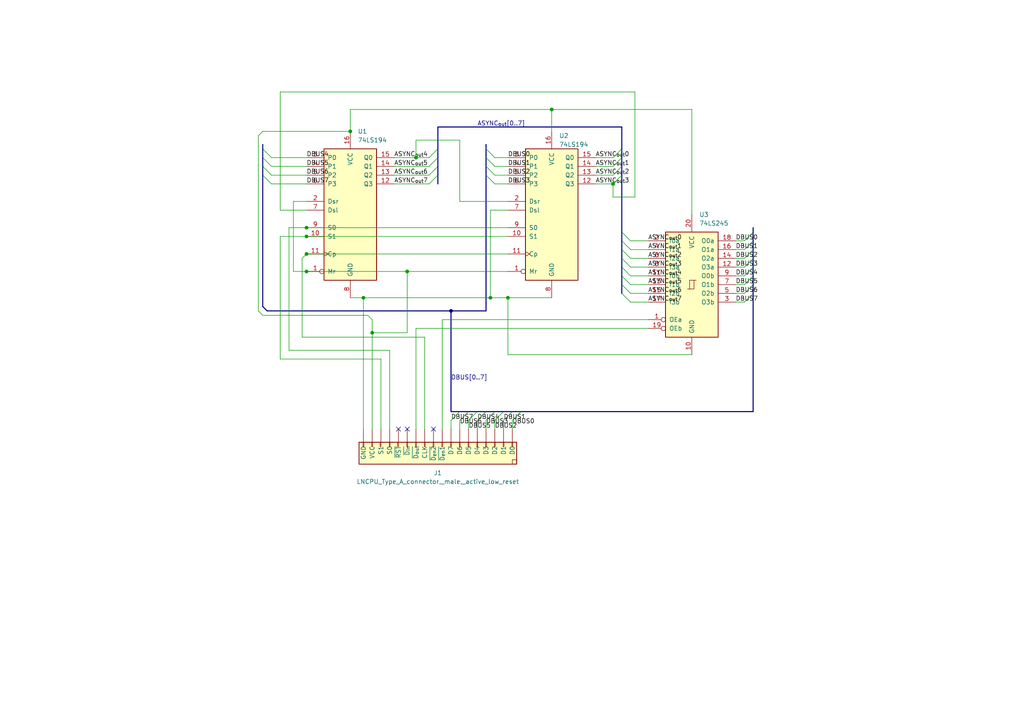
<source format=kicad_sch>
(kicad_sch
	(version 20250114)
	(generator "eeschema")
	(generator_version "9.0")
	(uuid "93aef6db-d7b7-4359-8807-aacd23c48900")
	(paper "A4")
	(lib_symbols
		(symbol "74xx:74LS194"
			(pin_names
				(offset 1.016)
			)
			(exclude_from_sim no)
			(in_bom yes)
			(on_board yes)
			(property "Reference" "U"
				(at -7.62 19.05 0)
				(effects
					(font
						(size 1.27 1.27)
					)
				)
			)
			(property "Value" "74LS194"
				(at -7.62 -21.59 0)
				(effects
					(font
						(size 1.27 1.27)
					)
				)
			)
			(property "Footprint" ""
				(at 0 0 0)
				(effects
					(font
						(size 1.27 1.27)
					)
					(hide yes)
				)
			)
			(property "Datasheet" "http://www.ti.com/lit/gpn/sn74LS194"
				(at 0 0 0)
				(effects
					(font
						(size 1.27 1.27)
					)
					(hide yes)
				)
			)
			(property "Description" "Shift Register 4-bit Bidirectional"
				(at 0 0 0)
				(effects
					(font
						(size 1.27 1.27)
					)
					(hide yes)
				)
			)
			(property "ki_locked" ""
				(at 0 0 0)
				(effects
					(font
						(size 1.27 1.27)
					)
				)
			)
			(property "ki_keywords" "TTL RS SR4"
				(at 0 0 0)
				(effects
					(font
						(size 1.27 1.27)
					)
					(hide yes)
				)
			)
			(property "ki_fp_filters" "DIP?16*"
				(at 0 0 0)
				(effects
					(font
						(size 1.27 1.27)
					)
					(hide yes)
				)
			)
			(symbol "74LS194_1_0"
				(pin input line
					(at -12.7 15.24 0)
					(length 5.08)
					(name "P0"
						(effects
							(font
								(size 1.27 1.27)
							)
						)
					)
					(number "3"
						(effects
							(font
								(size 1.27 1.27)
							)
						)
					)
				)
				(pin input line
					(at -12.7 12.7 0)
					(length 5.08)
					(name "P1"
						(effects
							(font
								(size 1.27 1.27)
							)
						)
					)
					(number "4"
						(effects
							(font
								(size 1.27 1.27)
							)
						)
					)
				)
				(pin input line
					(at -12.7 10.16 0)
					(length 5.08)
					(name "P2"
						(effects
							(font
								(size 1.27 1.27)
							)
						)
					)
					(number "5"
						(effects
							(font
								(size 1.27 1.27)
							)
						)
					)
				)
				(pin input line
					(at -12.7 7.62 0)
					(length 5.08)
					(name "P3"
						(effects
							(font
								(size 1.27 1.27)
							)
						)
					)
					(number "6"
						(effects
							(font
								(size 1.27 1.27)
							)
						)
					)
				)
				(pin input line
					(at -12.7 2.54 0)
					(length 5.08)
					(name "Dsr"
						(effects
							(font
								(size 1.27 1.27)
							)
						)
					)
					(number "2"
						(effects
							(font
								(size 1.27 1.27)
							)
						)
					)
				)
				(pin input line
					(at -12.7 0 0)
					(length 5.08)
					(name "Dsl"
						(effects
							(font
								(size 1.27 1.27)
							)
						)
					)
					(number "7"
						(effects
							(font
								(size 1.27 1.27)
							)
						)
					)
				)
				(pin input line
					(at -12.7 -5.08 0)
					(length 5.08)
					(name "S0"
						(effects
							(font
								(size 1.27 1.27)
							)
						)
					)
					(number "9"
						(effects
							(font
								(size 1.27 1.27)
							)
						)
					)
				)
				(pin input line
					(at -12.7 -7.62 0)
					(length 5.08)
					(name "S1"
						(effects
							(font
								(size 1.27 1.27)
							)
						)
					)
					(number "10"
						(effects
							(font
								(size 1.27 1.27)
							)
						)
					)
				)
				(pin input clock
					(at -12.7 -12.7 0)
					(length 5.08)
					(name "Cp"
						(effects
							(font
								(size 1.27 1.27)
							)
						)
					)
					(number "11"
						(effects
							(font
								(size 1.27 1.27)
							)
						)
					)
				)
				(pin input inverted
					(at -12.7 -17.78 0)
					(length 5.08)
					(name "Mr"
						(effects
							(font
								(size 1.27 1.27)
							)
						)
					)
					(number "1"
						(effects
							(font
								(size 1.27 1.27)
							)
						)
					)
				)
				(pin power_in line
					(at 0 22.86 270)
					(length 5.08)
					(name "VCC"
						(effects
							(font
								(size 1.27 1.27)
							)
						)
					)
					(number "16"
						(effects
							(font
								(size 1.27 1.27)
							)
						)
					)
				)
				(pin power_in line
					(at 0 -25.4 90)
					(length 5.08)
					(name "GND"
						(effects
							(font
								(size 1.27 1.27)
							)
						)
					)
					(number "8"
						(effects
							(font
								(size 1.27 1.27)
							)
						)
					)
				)
				(pin output line
					(at 12.7 15.24 180)
					(length 5.08)
					(name "Q0"
						(effects
							(font
								(size 1.27 1.27)
							)
						)
					)
					(number "15"
						(effects
							(font
								(size 1.27 1.27)
							)
						)
					)
				)
				(pin output line
					(at 12.7 12.7 180)
					(length 5.08)
					(name "Q1"
						(effects
							(font
								(size 1.27 1.27)
							)
						)
					)
					(number "14"
						(effects
							(font
								(size 1.27 1.27)
							)
						)
					)
				)
				(pin output line
					(at 12.7 10.16 180)
					(length 5.08)
					(name "Q2"
						(effects
							(font
								(size 1.27 1.27)
							)
						)
					)
					(number "13"
						(effects
							(font
								(size 1.27 1.27)
							)
						)
					)
				)
				(pin output line
					(at 12.7 7.62 180)
					(length 5.08)
					(name "Q3"
						(effects
							(font
								(size 1.27 1.27)
							)
						)
					)
					(number "12"
						(effects
							(font
								(size 1.27 1.27)
							)
						)
					)
				)
			)
			(symbol "74LS194_1_1"
				(rectangle
					(start -7.62 17.78)
					(end 7.62 -20.32)
					(stroke
						(width 0.254)
						(type default)
					)
					(fill
						(type background)
					)
				)
			)
			(embedded_fonts no)
		)
		(symbol "74xx:74LS244"
			(pin_names
				(offset 1.016)
			)
			(exclude_from_sim no)
			(in_bom yes)
			(on_board yes)
			(property "Reference" "U"
				(at -7.62 16.51 0)
				(effects
					(font
						(size 1.27 1.27)
					)
				)
			)
			(property "Value" "74LS244"
				(at -7.62 -16.51 0)
				(effects
					(font
						(size 1.27 1.27)
					)
				)
			)
			(property "Footprint" ""
				(at 0 0 0)
				(effects
					(font
						(size 1.27 1.27)
					)
					(hide yes)
				)
			)
			(property "Datasheet" "http://www.ti.com/lit/ds/symlink/sn74ls244.pdf"
				(at 0 0 0)
				(effects
					(font
						(size 1.27 1.27)
					)
					(hide yes)
				)
			)
			(property "Description" "Octal Buffer and Line Driver With 3-State Output, active-low enables, non-inverting outputs"
				(at 0 0 0)
				(effects
					(font
						(size 1.27 1.27)
					)
					(hide yes)
				)
			)
			(property "ki_keywords" "7400 logic ttl low power schottky"
				(at 0 0 0)
				(effects
					(font
						(size 1.27 1.27)
					)
					(hide yes)
				)
			)
			(property "ki_fp_filters" "DIP?20*"
				(at 0 0 0)
				(effects
					(font
						(size 1.27 1.27)
					)
					(hide yes)
				)
			)
			(symbol "74LS244_1_0"
				(polyline
					(pts
						(xy -1.27 -1.27) (xy 0.635 -1.27) (xy 0.635 1.27) (xy 1.27 1.27)
					)
					(stroke
						(width 0)
						(type default)
					)
					(fill
						(type none)
					)
				)
				(polyline
					(pts
						(xy -0.635 -1.27) (xy -0.635 1.27) (xy 0.635 1.27)
					)
					(stroke
						(width 0)
						(type default)
					)
					(fill
						(type none)
					)
				)
				(pin input line
					(at -12.7 12.7 0)
					(length 5.08)
					(name "I0a"
						(effects
							(font
								(size 1.27 1.27)
							)
						)
					)
					(number "2"
						(effects
							(font
								(size 1.27 1.27)
							)
						)
					)
				)
				(pin input line
					(at -12.7 10.16 0)
					(length 5.08)
					(name "I1a"
						(effects
							(font
								(size 1.27 1.27)
							)
						)
					)
					(number "4"
						(effects
							(font
								(size 1.27 1.27)
							)
						)
					)
				)
				(pin input line
					(at -12.7 7.62 0)
					(length 5.08)
					(name "I2a"
						(effects
							(font
								(size 1.27 1.27)
							)
						)
					)
					(number "6"
						(effects
							(font
								(size 1.27 1.27)
							)
						)
					)
				)
				(pin input line
					(at -12.7 5.08 0)
					(length 5.08)
					(name "I3a"
						(effects
							(font
								(size 1.27 1.27)
							)
						)
					)
					(number "8"
						(effects
							(font
								(size 1.27 1.27)
							)
						)
					)
				)
				(pin input line
					(at -12.7 2.54 0)
					(length 5.08)
					(name "I0b"
						(effects
							(font
								(size 1.27 1.27)
							)
						)
					)
					(number "11"
						(effects
							(font
								(size 1.27 1.27)
							)
						)
					)
				)
				(pin input line
					(at -12.7 0 0)
					(length 5.08)
					(name "I1b"
						(effects
							(font
								(size 1.27 1.27)
							)
						)
					)
					(number "13"
						(effects
							(font
								(size 1.27 1.27)
							)
						)
					)
				)
				(pin input line
					(at -12.7 -2.54 0)
					(length 5.08)
					(name "I2b"
						(effects
							(font
								(size 1.27 1.27)
							)
						)
					)
					(number "15"
						(effects
							(font
								(size 1.27 1.27)
							)
						)
					)
				)
				(pin input line
					(at -12.7 -5.08 0)
					(length 5.08)
					(name "I3b"
						(effects
							(font
								(size 1.27 1.27)
							)
						)
					)
					(number "17"
						(effects
							(font
								(size 1.27 1.27)
							)
						)
					)
				)
				(pin input inverted
					(at -12.7 -10.16 0)
					(length 5.08)
					(name "OEa"
						(effects
							(font
								(size 1.27 1.27)
							)
						)
					)
					(number "1"
						(effects
							(font
								(size 1.27 1.27)
							)
						)
					)
				)
				(pin input inverted
					(at -12.7 -12.7 0)
					(length 5.08)
					(name "OEb"
						(effects
							(font
								(size 1.27 1.27)
							)
						)
					)
					(number "19"
						(effects
							(font
								(size 1.27 1.27)
							)
						)
					)
				)
				(pin power_in line
					(at 0 20.32 270)
					(length 5.08)
					(name "VCC"
						(effects
							(font
								(size 1.27 1.27)
							)
						)
					)
					(number "20"
						(effects
							(font
								(size 1.27 1.27)
							)
						)
					)
				)
				(pin power_in line
					(at 0 -20.32 90)
					(length 5.08)
					(name "GND"
						(effects
							(font
								(size 1.27 1.27)
							)
						)
					)
					(number "10"
						(effects
							(font
								(size 1.27 1.27)
							)
						)
					)
				)
				(pin tri_state line
					(at 12.7 12.7 180)
					(length 5.08)
					(name "O0a"
						(effects
							(font
								(size 1.27 1.27)
							)
						)
					)
					(number "18"
						(effects
							(font
								(size 1.27 1.27)
							)
						)
					)
				)
				(pin tri_state line
					(at 12.7 10.16 180)
					(length 5.08)
					(name "O1a"
						(effects
							(font
								(size 1.27 1.27)
							)
						)
					)
					(number "16"
						(effects
							(font
								(size 1.27 1.27)
							)
						)
					)
				)
				(pin tri_state line
					(at 12.7 7.62 180)
					(length 5.08)
					(name "O2a"
						(effects
							(font
								(size 1.27 1.27)
							)
						)
					)
					(number "14"
						(effects
							(font
								(size 1.27 1.27)
							)
						)
					)
				)
				(pin tri_state line
					(at 12.7 5.08 180)
					(length 5.08)
					(name "O3a"
						(effects
							(font
								(size 1.27 1.27)
							)
						)
					)
					(number "12"
						(effects
							(font
								(size 1.27 1.27)
							)
						)
					)
				)
				(pin tri_state line
					(at 12.7 2.54 180)
					(length 5.08)
					(name "O0b"
						(effects
							(font
								(size 1.27 1.27)
							)
						)
					)
					(number "9"
						(effects
							(font
								(size 1.27 1.27)
							)
						)
					)
				)
				(pin tri_state line
					(at 12.7 0 180)
					(length 5.08)
					(name "O1b"
						(effects
							(font
								(size 1.27 1.27)
							)
						)
					)
					(number "7"
						(effects
							(font
								(size 1.27 1.27)
							)
						)
					)
				)
				(pin tri_state line
					(at 12.7 -2.54 180)
					(length 5.08)
					(name "O2b"
						(effects
							(font
								(size 1.27 1.27)
							)
						)
					)
					(number "5"
						(effects
							(font
								(size 1.27 1.27)
							)
						)
					)
				)
				(pin tri_state line
					(at 12.7 -5.08 180)
					(length 5.08)
					(name "O3b"
						(effects
							(font
								(size 1.27 1.27)
							)
						)
					)
					(number "3"
						(effects
							(font
								(size 1.27 1.27)
							)
						)
					)
				)
			)
			(symbol "74LS244_1_1"
				(rectangle
					(start -7.62 15.24)
					(end 7.62 -15.24)
					(stroke
						(width 0.254)
						(type default)
					)
					(fill
						(type background)
					)
				)
			)
			(embedded_fonts no)
		)
		(symbol "lncpu:LNCPU_Type_A_connector,_male,_active_low_reset"
			(pin_numbers
				(hide yes)
			)
			(pin_names
				(offset 1.016)
			)
			(exclude_from_sim no)
			(in_bom yes)
			(on_board yes)
			(property "Reference" "J1"
				(at 7.62 -3.81 90)
				(effects
					(font
						(size 1.27 1.27)
					)
				)
			)
			(property "Value" "LNCPU_Type_A_connector,_male,_active_low_reset"
				(at 10.16 -3.81 90)
				(effects
					(font
						(size 1.27 1.27)
					)
				)
			)
			(property "Footprint" "LNCPU:LNCPU_TYPE_A_MALE"
				(at 1.27 23.368 0)
				(effects
					(font
						(size 1.27 1.27)
					)
					(hide yes)
				)
			)
			(property "Datasheet" "~"
				(at 0 0 0)
				(effects
					(font
						(size 1.27 1.27)
					)
					(hide yes)
				)
			)
			(property "Description" "LNCPU Type A connector, male, active low reset"
				(at 4.826 23.368 0)
				(effects
					(font
						(size 1.27 1.27)
					)
					(hide yes)
				)
			)
			(property "ki_keywords" "LNCPU Type A connector, male, active low reset"
				(at 0 0 0)
				(effects
					(font
						(size 1.27 1.27)
					)
					(hide yes)
				)
			)
			(property "ki_fp_filters" "Connector*:*_1x??_*"
				(at 0 0 0)
				(effects
					(font
						(size 1.27 1.27)
					)
					(hide yes)
				)
			)
			(symbol "LNCPU_Type_A_connector,_male,_active_low_reset_0_1"
				(rectangle
					(start 5.08 19.05)
					(end 3.81 17.78)
					(stroke
						(width 0)
						(type default)
					)
					(fill
						(type none)
					)
				)
			)
			(symbol "LNCPU_Type_A_connector,_male,_active_low_reset_1_1"
				(rectangle
					(start -1.27 19.05)
					(end 5.08 -26.67)
					(stroke
						(width 0.254)
						(type default)
					)
					(fill
						(type background)
					)
				)
				(rectangle
					(start -1.27 17.907)
					(end 0 17.653)
					(stroke
						(width 0.1524)
						(type default)
					)
					(fill
						(type none)
					)
				)
				(rectangle
					(start -1.27 15.367)
					(end 0 15.113)
					(stroke
						(width 0.1524)
						(type default)
					)
					(fill
						(type none)
					)
				)
				(rectangle
					(start -1.27 12.827)
					(end 0 12.573)
					(stroke
						(width 0.1524)
						(type default)
					)
					(fill
						(type none)
					)
				)
				(rectangle
					(start -1.27 10.287)
					(end 0 10.033)
					(stroke
						(width 0.1524)
						(type default)
					)
					(fill
						(type none)
					)
				)
				(rectangle
					(start -1.27 7.747)
					(end 0 7.493)
					(stroke
						(width 0.1524)
						(type default)
					)
					(fill
						(type none)
					)
				)
				(rectangle
					(start -1.27 5.207)
					(end 0 4.953)
					(stroke
						(width 0.1524)
						(type default)
					)
					(fill
						(type none)
					)
				)
				(rectangle
					(start -1.27 2.667)
					(end 0 2.413)
					(stroke
						(width 0.1524)
						(type default)
					)
					(fill
						(type none)
					)
				)
				(rectangle
					(start -1.27 0.127)
					(end 0 -0.127)
					(stroke
						(width 0.1524)
						(type default)
					)
					(fill
						(type none)
					)
				)
				(rectangle
					(start -1.27 -2.413)
					(end 0 -2.667)
					(stroke
						(width 0.1524)
						(type default)
					)
					(fill
						(type none)
					)
				)
				(rectangle
					(start -1.27 -4.953)
					(end 0 -5.207)
					(stroke
						(width 0.1524)
						(type default)
					)
					(fill
						(type none)
					)
				)
				(rectangle
					(start -1.27 -7.493)
					(end 0 -7.747)
					(stroke
						(width 0.1524)
						(type default)
					)
					(fill
						(type none)
					)
				)
				(rectangle
					(start -1.27 -10.033)
					(end 0 -10.287)
					(stroke
						(width 0.1524)
						(type default)
					)
					(fill
						(type none)
					)
				)
				(rectangle
					(start -1.27 -12.573)
					(end 0 -12.827)
					(stroke
						(width 0.1524)
						(type default)
					)
					(fill
						(type none)
					)
				)
				(rectangle
					(start -1.27 -15.24)
					(end 0 -15.494)
					(stroke
						(width 0.1524)
						(type default)
					)
					(fill
						(type none)
					)
				)
				(rectangle
					(start -1.27 -17.653)
					(end 0 -17.907)
					(stroke
						(width 0.1524)
						(type default)
					)
					(fill
						(type none)
					)
				)
				(rectangle
					(start -1.27 -20.32)
					(end 0 -20.574)
					(stroke
						(width 0.1524)
						(type default)
					)
					(fill
						(type none)
					)
				)
				(rectangle
					(start -1.27 -22.733)
					(end 0 -22.987)
					(stroke
						(width 0.1524)
						(type default)
					)
					(fill
						(type none)
					)
				)
				(rectangle
					(start -1.27 -25.273)
					(end 0 -25.527)
					(stroke
						(width 0.1524)
						(type default)
					)
					(fill
						(type none)
					)
				)
				(pin bidirectional line
					(at -5.08 17.78 0)
					(length 3.81)
					(name "D0"
						(effects
							(font
								(size 1.27 1.27)
							)
						)
					)
					(number "a1"
						(effects
							(font
								(size 1.27 1.27)
							)
						)
					)
				)
				(pin bidirectional line
					(at -5.08 15.24 0)
					(length 3.81)
					(name "D1"
						(effects
							(font
								(size 1.27 1.27)
							)
						)
					)
					(number "b1"
						(effects
							(font
								(size 1.27 1.27)
							)
						)
					)
				)
				(pin bidirectional line
					(at -5.08 12.7 0)
					(length 3.81)
					(name "D2"
						(effects
							(font
								(size 1.27 1.27)
							)
						)
					)
					(number "a2"
						(effects
							(font
								(size 1.27 1.27)
							)
						)
					)
				)
				(pin bidirectional line
					(at -5.08 10.16 0)
					(length 3.81)
					(name "D3"
						(effects
							(font
								(size 1.27 1.27)
							)
						)
					)
					(number "b2"
						(effects
							(font
								(size 1.27 1.27)
							)
						)
					)
				)
				(pin bidirectional line
					(at -5.08 7.62 0)
					(length 3.81)
					(name "D4"
						(effects
							(font
								(size 1.27 1.27)
							)
						)
					)
					(number "a3"
						(effects
							(font
								(size 1.27 1.27)
							)
						)
					)
				)
				(pin bidirectional line
					(at -5.08 5.08 0)
					(length 3.81)
					(name "D5"
						(effects
							(font
								(size 1.27 1.27)
							)
						)
					)
					(number "b3"
						(effects
							(font
								(size 1.27 1.27)
							)
						)
					)
				)
				(pin bidirectional line
					(at -5.08 2.54 0)
					(length 3.81)
					(name "D6"
						(effects
							(font
								(size 1.27 1.27)
							)
						)
					)
					(number "a4"
						(effects
							(font
								(size 1.27 1.27)
							)
						)
					)
				)
				(pin bidirectional line
					(at -5.08 0 0)
					(length 3.81)
					(name "D7"
						(effects
							(font
								(size 1.27 1.27)
							)
						)
					)
					(number "b4"
						(effects
							(font
								(size 1.27 1.27)
							)
						)
					)
				)
				(pin output line
					(at -5.08 -2.54 0)
					(length 3.81)
					(name "~{D_{en}1}"
						(effects
							(font
								(size 1.27 1.27)
							)
						)
					)
					(number "a7"
						(effects
							(font
								(size 1.27 1.27)
							)
						)
					)
				)
				(pin output line
					(at -5.08 -5.08 0)
					(length 3.81)
					(name "~{D_{en}2}"
						(effects
							(font
								(size 1.27 1.27)
							)
						)
					)
					(number "b7"
						(effects
							(font
								(size 1.27 1.27)
							)
						)
					)
				)
				(pin output line
					(at -5.08 -7.62 0)
					(length 3.81)
					(name "CLK"
						(effects
							(font
								(size 1.27 1.27)
							)
						)
					)
					(number "a9"
						(effects
							(font
								(size 1.27 1.27)
							)
						)
					)
				)
				(pin output line
					(at -5.08 -10.16 0)
					(length 3.81)
					(name "~{D_{out}}"
						(effects
							(font
								(size 1.27 1.27)
							)
						)
					)
					(number "b9"
						(effects
							(font
								(size 1.27 1.27)
							)
						)
					)
				)
				(pin output line
					(at -5.08 -12.7 0)
					(length 3.81)
					(name "~{D_{in}}"
						(effects
							(font
								(size 1.27 1.27)
							)
						)
					)
					(number "a11"
						(effects
							(font
								(size 1.27 1.27)
							)
						)
					)
				)
				(pin output line
					(at -5.08 -15.24 0)
					(length 3.81)
					(name "~{RST}"
						(effects
							(font
								(size 1.27 1.27)
							)
						)
					)
					(number "b11"
						(effects
							(font
								(size 1.27 1.27)
							)
						)
					)
				)
				(pin output line
					(at -5.08 -17.78 0)
					(length 3.81)
					(name "S0"
						(effects
							(font
								(size 1.27 1.27)
							)
						)
					)
					(number "a12"
						(effects
							(font
								(size 1.27 1.27)
							)
						)
					)
				)
				(pin output line
					(at -5.08 -20.32 0)
					(length 3.81)
					(name "S1"
						(effects
							(font
								(size 1.27 1.27)
							)
						)
					)
					(number "b12"
						(effects
							(font
								(size 1.27 1.27)
							)
						)
					)
				)
				(pin power_out line
					(at -5.08 -22.86 0)
					(length 3.81)
					(name "VCC"
						(effects
							(font
								(size 1.27 1.27)
							)
						)
					)
					(number "a13"
						(effects
							(font
								(size 1.27 1.27)
							)
						)
					)
				)
				(pin power_out line
					(at -5.08 -22.86 0)
					(length 2.54)
					(hide yes)
					(name "VCC"
						(effects
							(font
								(size 1.27 1.27)
							)
						)
					)
					(number "a14"
						(effects
							(font
								(size 1.27 1.27)
							)
						)
					)
				)
				(pin power_out line
					(at -5.08 -22.86 0)
					(length 2.54)
					(hide yes)
					(name "VCC"
						(effects
							(font
								(size 1.27 1.27)
							)
						)
					)
					(number "b13"
						(effects
							(font
								(size 1.27 1.27)
							)
						)
					)
				)
				(pin power_out line
					(at -5.08 -22.86 0)
					(length 2.54)
					(hide yes)
					(name "VCC"
						(effects
							(font
								(size 1.27 1.27)
							)
						)
					)
					(number "b14"
						(effects
							(font
								(size 1.27 1.27)
							)
						)
					)
				)
				(pin power_out line
					(at -5.08 -25.4 0)
					(length 2.54)
					(hide yes)
					(name "GND"
						(effects
							(font
								(size 1.27 1.27)
							)
						)
					)
					(number "a10"
						(effects
							(font
								(size 1.27 1.27)
							)
						)
					)
				)
				(pin power_out line
					(at -5.08 -25.4 0)
					(length 2.54)
					(hide yes)
					(name "GND"
						(effects
							(font
								(size 1.27 1.27)
							)
						)
					)
					(number "a15"
						(effects
							(font
								(size 1.27 1.27)
							)
						)
					)
				)
				(pin power_out line
					(at -5.08 -25.4 0)
					(length 2.54)
					(hide yes)
					(name "GND"
						(effects
							(font
								(size 1.27 1.27)
							)
						)
					)
					(number "a16"
						(effects
							(font
								(size 1.27 1.27)
							)
						)
					)
				)
				(pin power_out line
					(at -5.08 -25.4 0)
					(length 2.54)
					(hide yes)
					(name "GND"
						(effects
							(font
								(size 1.27 1.27)
							)
						)
					)
					(number "a5"
						(effects
							(font
								(size 1.27 1.27)
							)
						)
					)
				)
				(pin power_out line
					(at -5.08 -25.4 0)
					(length 2.54)
					(hide yes)
					(name "GND"
						(effects
							(font
								(size 1.27 1.27)
							)
						)
					)
					(number "a6"
						(effects
							(font
								(size 1.27 1.27)
							)
						)
					)
				)
				(pin power_out line
					(at -5.08 -25.4 0)
					(length 2.54)
					(hide yes)
					(name "GND"
						(effects
							(font
								(size 1.27 1.27)
							)
						)
					)
					(number "a8"
						(effects
							(font
								(size 1.27 1.27)
							)
						)
					)
				)
				(pin power_out line
					(at -5.08 -25.4 0)
					(length 2.54)
					(hide yes)
					(name "GND"
						(effects
							(font
								(size 1.27 1.27)
							)
						)
					)
					(number "b10"
						(effects
							(font
								(size 1.27 1.27)
							)
						)
					)
				)
				(pin power_out line
					(at -5.08 -25.4 0)
					(length 2.54)
					(hide yes)
					(name "GND"
						(effects
							(font
								(size 1.27 1.27)
							)
						)
					)
					(number "b15"
						(effects
							(font
								(size 1.27 1.27)
							)
						)
					)
				)
				(pin power_out line
					(at -5.08 -25.4 0)
					(length 3.81)
					(name "GND"
						(effects
							(font
								(size 1.27 1.27)
							)
						)
					)
					(number "b16"
						(effects
							(font
								(size 1.27 1.27)
							)
						)
					)
				)
				(pin power_out line
					(at -5.08 -25.4 0)
					(length 2.54)
					(hide yes)
					(name "GND"
						(effects
							(font
								(size 1.27 1.27)
							)
						)
					)
					(number "b5"
						(effects
							(font
								(size 1.27 1.27)
							)
						)
					)
				)
				(pin power_out line
					(at -5.08 -25.4 0)
					(length 2.54)
					(hide yes)
					(name "GND"
						(effects
							(font
								(size 1.27 1.27)
							)
						)
					)
					(number "b6"
						(effects
							(font
								(size 1.27 1.27)
							)
						)
					)
				)
				(pin power_out line
					(at -5.08 -25.4 0)
					(length 2.54)
					(hide yes)
					(name "GND"
						(effects
							(font
								(size 1.27 1.27)
							)
						)
					)
					(number "b8"
						(effects
							(font
								(size 1.27 1.27)
							)
						)
					)
				)
			)
			(embedded_fonts no)
		)
	)
	(junction
		(at 88.9 66.04)
		(diameter 0)
		(color 0 0 0 0)
		(uuid "09311159-c850-4dc9-a56f-e292d22098e7")
	)
	(junction
		(at 120.65 45.72)
		(diameter 0)
		(color 0 0 0 0)
		(uuid "0c83c1fe-5975-4903-95c8-581e1b7791a8")
	)
	(junction
		(at 88.9 68.58)
		(diameter 0)
		(color 0 0 0 0)
		(uuid "1b4d212f-04de-47eb-a03f-f075c5585032")
	)
	(junction
		(at 160.02 31.75)
		(diameter 0)
		(color 0 0 0 0)
		(uuid "204cc407-1e22-42aa-a131-7e919b4c96d2")
	)
	(junction
		(at 147.32 86.36)
		(diameter 0)
		(color 0 0 0 0)
		(uuid "3dbc4a81-2753-4c99-9005-80f4a20c6646")
	)
	(junction
		(at 88.9 78.74)
		(diameter 0)
		(color 0 0 0 0)
		(uuid "5d6b64f9-cd5f-4de2-9e22-2dfc6b98f541")
	)
	(junction
		(at 101.6 38.1)
		(diameter 0)
		(color 0 0 0 0)
		(uuid "61ee7f59-675e-49f1-8c7c-63096e3a263a")
	)
	(junction
		(at 130.81 90.17)
		(diameter 0)
		(color 0 0 0 0)
		(uuid "88737c6c-e1ed-45a9-9a3b-9c25800a1029")
	)
	(junction
		(at 107.95 96.52)
		(diameter 0)
		(color 0 0 0 0)
		(uuid "a554594f-cf78-4e7c-84dd-91c7d0e1f76a")
	)
	(junction
		(at 118.11 78.74)
		(diameter 0)
		(color 0 0 0 0)
		(uuid "a7340908-2d3e-4825-8ab8-98e685a39a90")
	)
	(junction
		(at 105.41 86.36)
		(diameter 0)
		(color 0 0 0 0)
		(uuid "c6876395-e797-483d-99bc-637341adf1c8")
	)
	(junction
		(at 177.8 53.34)
		(diameter 0)
		(color 0 0 0 0)
		(uuid "cb9c8c17-f3cf-4573-9afd-676575fce0ef")
	)
	(junction
		(at 142.24 86.36)
		(diameter 0)
		(color 0 0 0 0)
		(uuid "e012e5be-b5e7-48c8-a384-678be9a1b6c7")
	)
	(junction
		(at 88.9 73.66)
		(diameter 0)
		(color 0 0 0 0)
		(uuid "efbb6de7-dd28-4bad-aa38-e5611cfe9c47")
	)
	(no_connect
		(at 118.11 124.46)
		(uuid "26911bf7-d26d-468b-a0f7-d9b322c23e1e")
	)
	(no_connect
		(at 125.73 124.46)
		(uuid "5c4c14d1-1ef8-4fc8-bab1-9847e6ac1d33")
	)
	(no_connect
		(at 115.57 124.46)
		(uuid "7ce16268-4553-41d7-a26d-0626c31ca1d9")
	)
	(bus_entry
		(at 76.2 50.8)
		(size 2.54 2.54)
		(stroke
			(width 0)
			(type default)
		)
		(uuid "032b13b3-2ef6-4175-826e-d15302490774")
	)
	(bus_entry
		(at 127 45.72)
		(size -2.54 2.54)
		(stroke
			(width 0)
			(type default)
		)
		(uuid "066a3195-f881-4cd3-abd4-02b9cf268d6c")
	)
	(bus_entry
		(at 140.97 45.72)
		(size 2.54 2.54)
		(stroke
			(width 0)
			(type default)
		)
		(uuid "0801c624-9cc3-4740-870d-239affe397c6")
	)
	(bus_entry
		(at 218.44 72.39)
		(size -2.54 2.54)
		(stroke
			(width 0)
			(type default)
		)
		(uuid "0c8b1b7b-d0fa-4867-8841-f5d254fa8ebb")
	)
	(bus_entry
		(at 140.97 43.18)
		(size 2.54 2.54)
		(stroke
			(width 0)
			(type default)
		)
		(uuid "18ea8ab3-0330-4f8f-a0ed-daa8b6f566e9")
	)
	(bus_entry
		(at 76.2 48.26)
		(size 2.54 2.54)
		(stroke
			(width 0)
			(type default)
		)
		(uuid "19eeafff-5783-47ee-9ee4-fe0de67a7c47")
	)
	(bus_entry
		(at 180.34 77.47)
		(size 2.54 2.54)
		(stroke
			(width 0)
			(type default)
		)
		(uuid "303d6578-e745-4229-9a98-a121618f9624")
	)
	(bus_entry
		(at 218.44 80.01)
		(size -2.54 2.54)
		(stroke
			(width 0)
			(type default)
		)
		(uuid "32dee2c2-fb8a-4cc7-b154-e6a3d1d5f325")
	)
	(bus_entry
		(at 133.35 119.38)
		(size -2.54 2.54)
		(stroke
			(width 0)
			(type default)
		)
		(uuid "386a28ea-309d-4650-9c10-778ff12b82ff")
	)
	(bus_entry
		(at 148.59 119.38)
		(size -2.54 2.54)
		(stroke
			(width 0)
			(type default)
		)
		(uuid "490ef8b1-b5ed-4c98-8739-77c6a391ea97")
	)
	(bus_entry
		(at 180.34 45.72)
		(size -2.54 2.54)
		(stroke
			(width 0)
			(type default)
		)
		(uuid "4feafe8d-0409-41ee-88be-00b7c5938594")
	)
	(bus_entry
		(at 218.44 67.31)
		(size -2.54 2.54)
		(stroke
			(width 0)
			(type default)
		)
		(uuid "6292bafd-6124-49bf-b3f4-2f16ebc38cac")
	)
	(bus_entry
		(at 180.34 48.26)
		(size -2.54 2.54)
		(stroke
			(width 0)
			(type default)
		)
		(uuid "64ed27ef-b6a3-47d1-94b5-d785900fee99")
	)
	(bus_entry
		(at 76.2 45.72)
		(size 2.54 2.54)
		(stroke
			(width 0)
			(type default)
		)
		(uuid "669f374c-7174-45b4-9658-d8f4c6441ffd")
	)
	(bus_entry
		(at 180.34 85.09)
		(size 2.54 2.54)
		(stroke
			(width 0)
			(type default)
		)
		(uuid "67b24ebe-c6fd-4698-83c4-43589f21e017")
	)
	(bus_entry
		(at 180.34 72.39)
		(size 2.54 2.54)
		(stroke
			(width 0)
			(type default)
		)
		(uuid "7188c567-80b4-43eb-a89c-84cf925000ce")
	)
	(bus_entry
		(at 127 50.8)
		(size -2.54 2.54)
		(stroke
			(width 0)
			(type default)
		)
		(uuid "7714fb4c-2b67-4d0f-8e48-570f22e4b932")
	)
	(bus_entry
		(at 180.34 82.55)
		(size 2.54 2.54)
		(stroke
			(width 0)
			(type default)
		)
		(uuid "794bf059-7be3-45f6-b57e-6d10d4e626ab")
	)
	(bus_entry
		(at 180.34 69.85)
		(size 2.54 2.54)
		(stroke
			(width 0)
			(type default)
		)
		(uuid "79e4c1d0-4183-4d59-8683-729be201b1e7")
	)
	(bus_entry
		(at 76.2 43.18)
		(size 2.54 2.54)
		(stroke
			(width 0)
			(type default)
		)
		(uuid "846c92c2-c2e9-4b7b-a332-164ecfe65677")
	)
	(bus_entry
		(at 143.51 119.38)
		(size -2.54 2.54)
		(stroke
			(width 0)
			(type default)
		)
		(uuid "8f28dfed-c8c7-4936-a1a9-c8e828bf4243")
	)
	(bus_entry
		(at 218.44 82.55)
		(size -2.54 2.54)
		(stroke
			(width 0)
			(type default)
		)
		(uuid "900e4f32-7206-4103-bff5-5db8396b23e9")
	)
	(bus_entry
		(at 138.43 119.38)
		(size -2.54 2.54)
		(stroke
			(width 0)
			(type default)
		)
		(uuid "9c8c0a82-77bb-43de-9b5a-9c451ff663b6")
	)
	(bus_entry
		(at 146.05 119.38)
		(size -2.54 2.54)
		(stroke
			(width 0)
			(type default)
		)
		(uuid "9d115edd-80ed-4c8a-adc2-96294fb3548f")
	)
	(bus_entry
		(at 151.13 119.38)
		(size -2.54 2.54)
		(stroke
			(width 0)
			(type default)
		)
		(uuid "a229e3a5-8347-4672-af51-aec2cc98af80")
	)
	(bus_entry
		(at 218.44 74.93)
		(size -2.54 2.54)
		(stroke
			(width 0)
			(type default)
		)
		(uuid "ae0892ae-75b0-4fe2-a195-be2cef292f95")
	)
	(bus_entry
		(at 140.97 48.26)
		(size 2.54 2.54)
		(stroke
			(width 0)
			(type default)
		)
		(uuid "b2ea0a68-d542-413b-948f-d42531150210")
	)
	(bus_entry
		(at 180.34 43.18)
		(size -2.54 2.54)
		(stroke
			(width 0)
			(type default)
		)
		(uuid "b5665989-cb4f-4a6c-8f44-12f306cd6cfa")
	)
	(bus_entry
		(at 218.44 77.47)
		(size -2.54 2.54)
		(stroke
			(width 0)
			(type default)
		)
		(uuid "b5f9c198-1ddf-4534-9d61-f498ef78552f")
	)
	(bus_entry
		(at 140.97 119.38)
		(size -2.54 2.54)
		(stroke
			(width 0)
			(type default)
		)
		(uuid "bbd25236-729c-4e2f-95a0-7e9268611acd")
	)
	(bus_entry
		(at 180.34 80.01)
		(size 2.54 2.54)
		(stroke
			(width 0)
			(type default)
		)
		(uuid "bff2032a-f8b3-4d3f-ab63-3eac6a480300")
	)
	(bus_entry
		(at 127 43.18)
		(size -2.54 2.54)
		(stroke
			(width 0)
			(type default)
		)
		(uuid "c4043a94-9b66-47bc-8b1a-d063e5e17b28")
	)
	(bus_entry
		(at 135.89 119.38)
		(size -2.54 2.54)
		(stroke
			(width 0)
			(type default)
		)
		(uuid "c75602e4-7ec4-48d1-9968-10f5bc9c5ce0")
	)
	(bus_entry
		(at 180.34 74.93)
		(size 2.54 2.54)
		(stroke
			(width 0)
			(type default)
		)
		(uuid "c851c216-9199-44db-847d-3a7215f74d77")
	)
	(bus_entry
		(at 140.97 50.8)
		(size 2.54 2.54)
		(stroke
			(width 0)
			(type default)
		)
		(uuid "cae5c578-2074-45ba-adf0-692c4f1a7b5f")
	)
	(bus_entry
		(at 218.44 85.09)
		(size -2.54 2.54)
		(stroke
			(width 0)
			(type default)
		)
		(uuid "cf7e2cc0-e3dd-4f9b-8442-acbc98fd2336")
	)
	(bus_entry
		(at 127 48.26)
		(size -2.54 2.54)
		(stroke
			(width 0)
			(type default)
		)
		(uuid "e1e79be8-f5e7-4224-9437-38f725db33e5")
	)
	(bus_entry
		(at 218.44 69.85)
		(size -2.54 2.54)
		(stroke
			(width 0)
			(type default)
		)
		(uuid "eb8c028b-81cb-4378-b0e9-7bf1cd969b39")
	)
	(bus_entry
		(at 180.34 50.8)
		(size -2.54 2.54)
		(stroke
			(width 0)
			(type default)
		)
		(uuid "ed484b17-d9b3-459f-ad7e-6b78798f5838")
	)
	(bus_entry
		(at 180.34 67.31)
		(size 2.54 2.54)
		(stroke
			(width 0)
			(type default)
		)
		(uuid "ee62bd73-591f-4c52-b363-9071bc770e45")
	)
	(wire
		(pts
			(xy 135.89 121.92) (xy 135.89 124.46)
		)
		(stroke
			(width 0)
			(type default)
		)
		(uuid "0060ad16-4ff9-4678-bfde-3c803ea72637")
	)
	(wire
		(pts
			(xy 213.36 85.09) (xy 215.9 85.09)
		)
		(stroke
			(width 0)
			(type default)
		)
		(uuid "01dadaf5-c7bd-4efe-9285-9db7d74c2048")
	)
	(bus
		(pts
			(xy 138.43 119.38) (xy 140.97 119.38)
		)
		(stroke
			(width 0)
			(type default)
		)
		(uuid "045f346a-52d2-4e28-a251-b27a9193b080")
	)
	(bus
		(pts
			(xy 140.97 45.72) (xy 140.97 48.26)
		)
		(stroke
			(width 0)
			(type default)
		)
		(uuid "05639a6c-028c-4da9-9575-490492fd1188")
	)
	(bus
		(pts
			(xy 218.44 66.04) (xy 218.44 67.31)
		)
		(stroke
			(width 0)
			(type default)
		)
		(uuid "08ef9c60-f426-4fcb-bdfb-d2d9a76fd921")
	)
	(wire
		(pts
			(xy 88.9 66.04) (xy 147.32 66.04)
		)
		(stroke
			(width 0)
			(type default)
		)
		(uuid "092e5b49-2694-4fee-b241-eb193d83fe30")
	)
	(wire
		(pts
			(xy 114.3 50.8) (xy 124.46 50.8)
		)
		(stroke
			(width 0)
			(type default)
		)
		(uuid "096c7dac-32f1-466b-90bf-7579e51c1240")
	)
	(wire
		(pts
			(xy 83.82 66.04) (xy 83.82 101.6)
		)
		(stroke
			(width 0)
			(type default)
		)
		(uuid "09f5544f-70d5-4fb8-ab14-312099c573df")
	)
	(wire
		(pts
			(xy 172.72 53.34) (xy 177.8 53.34)
		)
		(stroke
			(width 0)
			(type default)
		)
		(uuid "0b18a535-2d42-4447-ac36-1bc73e5c8922")
	)
	(bus
		(pts
			(xy 127 45.72) (xy 127 48.26)
		)
		(stroke
			(width 0)
			(type default)
		)
		(uuid "0be509eb-f645-4efe-a3ab-0263c0d65d34")
	)
	(bus
		(pts
			(xy 140.97 119.38) (xy 143.51 119.38)
		)
		(stroke
			(width 0)
			(type default)
		)
		(uuid "0bf7a181-d4a4-43a2-87ac-45800343ce75")
	)
	(bus
		(pts
			(xy 77.47 90.17) (xy 76.2 88.9)
		)
		(stroke
			(width 0)
			(type default)
		)
		(uuid "0bf7ff08-7f2f-4d74-aeeb-c2177f5c021c")
	)
	(bus
		(pts
			(xy 143.51 119.38) (xy 146.05 119.38)
		)
		(stroke
			(width 0)
			(type default)
		)
		(uuid "0eefa623-4fd9-432c-bdd8-ea787db70d0b")
	)
	(wire
		(pts
			(xy 182.88 82.55) (xy 187.96 82.55)
		)
		(stroke
			(width 0)
			(type default)
		)
		(uuid "0fa3ef07-206a-4141-a24e-580434b37b71")
	)
	(wire
		(pts
			(xy 147.32 86.36) (xy 160.02 86.36)
		)
		(stroke
			(width 0)
			(type default)
		)
		(uuid "109726bd-363f-49e3-8c76-8064126df539")
	)
	(wire
		(pts
			(xy 184.15 26.67) (xy 184.15 57.15)
		)
		(stroke
			(width 0)
			(type default)
		)
		(uuid "15d5549f-978d-406b-aa47-f8071ad0b2e8")
	)
	(wire
		(pts
			(xy 182.88 69.85) (xy 187.96 69.85)
		)
		(stroke
			(width 0)
			(type default)
		)
		(uuid "15df70f5-99c8-4cfd-b3b1-11d51c53ec81")
	)
	(wire
		(pts
			(xy 76.2 91.44) (xy 74.93 90.17)
		)
		(stroke
			(width 0)
			(type default)
		)
		(uuid "15e96f24-6d8c-401a-8714-e40e8cb3b820")
	)
	(wire
		(pts
			(xy 200.66 31.75) (xy 200.66 62.23)
		)
		(stroke
			(width 0)
			(type default)
		)
		(uuid "16c7e8af-2a18-4602-960b-a6b60f7c0459")
	)
	(wire
		(pts
			(xy 78.74 45.72) (xy 88.9 45.72)
		)
		(stroke
			(width 0)
			(type default)
		)
		(uuid "16e9742f-89c6-4e6b-a7c5-245e6d3d503a")
	)
	(bus
		(pts
			(xy 127 48.26) (xy 127 50.8)
		)
		(stroke
			(width 0)
			(type default)
		)
		(uuid "19ba9259-0f0d-4fc0-ba39-7c63a02ad4b9")
	)
	(wire
		(pts
			(xy 113.03 101.6) (xy 113.03 124.46)
		)
		(stroke
			(width 0)
			(type default)
		)
		(uuid "1b2961d3-8eb5-4664-a01e-05caa00d5895")
	)
	(bus
		(pts
			(xy 127 43.18) (xy 127 45.72)
		)
		(stroke
			(width 0)
			(type default)
		)
		(uuid "1c8bf902-caec-43ff-bd12-046bad6e103f")
	)
	(wire
		(pts
			(xy 87.63 97.79) (xy 123.19 97.79)
		)
		(stroke
			(width 0)
			(type default)
		)
		(uuid "203debb7-f723-4ec3-9c56-4467b861507c")
	)
	(bus
		(pts
			(xy 130.81 90.17) (xy 130.81 119.38)
		)
		(stroke
			(width 0)
			(type default)
		)
		(uuid "208a70a3-015e-42b0-aa78-84a2d3e8d62e")
	)
	(wire
		(pts
			(xy 101.6 31.75) (xy 101.6 38.1)
		)
		(stroke
			(width 0)
			(type default)
		)
		(uuid "22d7502f-8894-45b9-9dfa-8c62ca1df0af")
	)
	(wire
		(pts
			(xy 76.2 38.1) (xy 101.6 38.1)
		)
		(stroke
			(width 0)
			(type default)
		)
		(uuid "23b72e7d-be6e-498d-bd16-aa7525736926")
	)
	(wire
		(pts
			(xy 177.8 57.15) (xy 184.15 57.15)
		)
		(stroke
			(width 0)
			(type default)
		)
		(uuid "2544bb9c-48b3-4518-83c7-df82a25acf05")
	)
	(wire
		(pts
			(xy 78.74 48.26) (xy 88.9 48.26)
		)
		(stroke
			(width 0)
			(type default)
		)
		(uuid "2550c8fc-0482-4a02-84eb-ff417af071ac")
	)
	(bus
		(pts
			(xy 218.44 67.31) (xy 218.44 69.85)
		)
		(stroke
			(width 0)
			(type default)
		)
		(uuid "2b943621-0f17-416b-8d5c-ebe6421f6b09")
	)
	(wire
		(pts
			(xy 143.51 50.8) (xy 147.32 50.8)
		)
		(stroke
			(width 0)
			(type default)
		)
		(uuid "2f34197d-bb24-4c8b-95f7-690960362904")
	)
	(wire
		(pts
			(xy 105.41 86.36) (xy 142.24 86.36)
		)
		(stroke
			(width 0)
			(type default)
		)
		(uuid "2f5f2629-db59-45dd-af4b-e9da828cd312")
	)
	(bus
		(pts
			(xy 180.34 43.18) (xy 180.34 45.72)
		)
		(stroke
			(width 0)
			(type default)
		)
		(uuid "30b7c9e4-bc4c-449b-8eeb-3db9709b5b6f")
	)
	(bus
		(pts
			(xy 133.35 119.38) (xy 135.89 119.38)
		)
		(stroke
			(width 0)
			(type default)
		)
		(uuid "3377b3c7-d304-44e9-b89c-a5caa2031f68")
	)
	(wire
		(pts
			(xy 143.51 48.26) (xy 147.32 48.26)
		)
		(stroke
			(width 0)
			(type default)
		)
		(uuid "33b3ee9f-4537-4955-8cb0-f32d702792db")
	)
	(bus
		(pts
			(xy 218.44 72.39) (xy 218.44 74.93)
		)
		(stroke
			(width 0)
			(type default)
		)
		(uuid "349af1a9-28b4-428e-9ab0-891d6d53e58c")
	)
	(wire
		(pts
			(xy 147.32 86.36) (xy 147.32 102.87)
		)
		(stroke
			(width 0)
			(type default)
		)
		(uuid "36a2146d-65c1-429a-9734-7357d3399de1")
	)
	(wire
		(pts
			(xy 81.28 26.67) (xy 81.28 60.96)
		)
		(stroke
			(width 0)
			(type default)
		)
		(uuid "37abd8b6-b889-4757-92ab-5beb1130d225")
	)
	(wire
		(pts
			(xy 213.36 82.55) (xy 215.9 82.55)
		)
		(stroke
			(width 0)
			(type default)
		)
		(uuid "3b204b05-96c2-4e9f-9622-974b87efeae6")
	)
	(wire
		(pts
			(xy 160.02 31.75) (xy 200.66 31.75)
		)
		(stroke
			(width 0)
			(type default)
		)
		(uuid "3d8023d0-e55c-4a83-9ea9-a8a6453b8b90")
	)
	(wire
		(pts
			(xy 81.28 68.58) (xy 81.28 104.14)
		)
		(stroke
			(width 0)
			(type default)
		)
		(uuid "3dd24e26-307a-4549-b7f3-d254aaa81908")
	)
	(bus
		(pts
			(xy 180.34 74.93) (xy 180.34 77.47)
		)
		(stroke
			(width 0)
			(type default)
		)
		(uuid "410b9d4c-97af-4e22-b057-82281189649a")
	)
	(bus
		(pts
			(xy 180.34 36.83) (xy 180.34 43.18)
		)
		(stroke
			(width 0)
			(type default)
		)
		(uuid "417c0a89-2f84-4f6d-9226-321dca0adb8a")
	)
	(wire
		(pts
			(xy 81.28 60.96) (xy 88.9 60.96)
		)
		(stroke
			(width 0)
			(type default)
		)
		(uuid "41e0c1d6-3cf1-4fb2-9e96-f1f4fc1c3a32")
	)
	(wire
		(pts
			(xy 105.41 86.36) (xy 105.41 124.46)
		)
		(stroke
			(width 0)
			(type default)
		)
		(uuid "42403236-79b7-4a38-acf9-2a718fc19fcc")
	)
	(wire
		(pts
			(xy 81.28 68.58) (xy 88.9 68.58)
		)
		(stroke
			(width 0)
			(type default)
		)
		(uuid "436d3b0b-69f1-4779-8893-9b53f01c5591")
	)
	(wire
		(pts
			(xy 85.09 58.42) (xy 85.09 78.74)
		)
		(stroke
			(width 0)
			(type default)
		)
		(uuid "441875e5-0a6e-40c5-9b44-cd60c5084ef4")
	)
	(wire
		(pts
			(xy 160.02 31.75) (xy 160.02 38.1)
		)
		(stroke
			(width 0)
			(type default)
		)
		(uuid "44a9cc0e-2ba2-40d9-95ea-aa69e133b7d9")
	)
	(bus
		(pts
			(xy 218.44 85.09) (xy 218.44 119.38)
		)
		(stroke
			(width 0)
			(type default)
		)
		(uuid "47fcf751-7ebc-4c27-962a-e1eb6f0e595a")
	)
	(wire
		(pts
			(xy 213.36 74.93) (xy 215.9 74.93)
		)
		(stroke
			(width 0)
			(type default)
		)
		(uuid "48fe6288-c5ab-402b-8c28-37f5c6d83088")
	)
	(wire
		(pts
			(xy 88.9 73.66) (xy 147.32 73.66)
		)
		(stroke
			(width 0)
			(type default)
		)
		(uuid "49706577-997f-443c-85cc-62d4f65a269a")
	)
	(wire
		(pts
			(xy 83.82 101.6) (xy 113.03 101.6)
		)
		(stroke
			(width 0)
			(type default)
		)
		(uuid "4a6ebd70-e496-44b6-922c-f29111e2d73a")
	)
	(wire
		(pts
			(xy 120.65 40.64) (xy 120.65 45.72)
		)
		(stroke
			(width 0)
			(type default)
		)
		(uuid "4b6ec4e5-158e-4191-a2bc-bb71b387c879")
	)
	(wire
		(pts
			(xy 143.51 45.72) (xy 147.32 45.72)
		)
		(stroke
			(width 0)
			(type default)
		)
		(uuid "4de33678-400c-441f-b897-6cde2467ff7a")
	)
	(wire
		(pts
			(xy 128.27 92.71) (xy 187.96 92.71)
		)
		(stroke
			(width 0)
			(type default)
		)
		(uuid "4f354c25-086a-4c75-83a6-2e663dac7b3b")
	)
	(bus
		(pts
			(xy 180.34 48.26) (xy 180.34 50.8)
		)
		(stroke
			(width 0)
			(type default)
		)
		(uuid "574f58a0-f0e2-4096-84ef-78c6c099d1ec")
	)
	(bus
		(pts
			(xy 76.2 45.72) (xy 76.2 48.26)
		)
		(stroke
			(width 0)
			(type default)
		)
		(uuid "5859d555-fa8b-40e4-a580-eb576d22b9cf")
	)
	(wire
		(pts
			(xy 133.35 121.92) (xy 133.35 124.46)
		)
		(stroke
			(width 0)
			(type default)
		)
		(uuid "5babbfb0-2680-4292-97a7-d9469f8f5e61")
	)
	(bus
		(pts
			(xy 76.2 43.18) (xy 76.2 45.72)
		)
		(stroke
			(width 0)
			(type default)
		)
		(uuid "5cf6663e-531e-48f6-8e29-0a59b76e4000")
	)
	(bus
		(pts
			(xy 76.2 50.8) (xy 76.2 88.9)
		)
		(stroke
			(width 0)
			(type default)
		)
		(uuid "5fce00ad-cea1-4b84-ac21-ff42df71f2cc")
	)
	(bus
		(pts
			(xy 148.59 119.38) (xy 151.13 119.38)
		)
		(stroke
			(width 0)
			(type default)
		)
		(uuid "60f5aa7e-e2e7-4d77-894b-47e73f90eea1")
	)
	(wire
		(pts
			(xy 130.81 121.92) (xy 130.81 124.46)
		)
		(stroke
			(width 0)
			(type default)
		)
		(uuid "6126e0a9-3d2c-409b-976a-fbc6730a218a")
	)
	(wire
		(pts
			(xy 120.65 45.72) (xy 124.46 45.72)
		)
		(stroke
			(width 0)
			(type default)
		)
		(uuid "6166fcfb-1e79-4172-a647-05d3a32d0a48")
	)
	(bus
		(pts
			(xy 140.97 50.8) (xy 140.97 90.17)
		)
		(stroke
			(width 0)
			(type default)
		)
		(uuid "626580ef-942a-4b2d-961e-d476a809b05e")
	)
	(bus
		(pts
			(xy 140.97 48.26) (xy 140.97 50.8)
		)
		(stroke
			(width 0)
			(type default)
		)
		(uuid "65c74967-dc53-462e-b8df-9996b9dd0798")
	)
	(wire
		(pts
			(xy 81.28 104.14) (xy 110.49 104.14)
		)
		(stroke
			(width 0)
			(type default)
		)
		(uuid "6783dca7-fe02-4a9b-8422-3bb5402291be")
	)
	(wire
		(pts
			(xy 143.51 121.92) (xy 143.51 124.46)
		)
		(stroke
			(width 0)
			(type default)
		)
		(uuid "68d69e65-46bc-4f3f-99ed-927d3f933788")
	)
	(wire
		(pts
			(xy 78.74 50.8) (xy 88.9 50.8)
		)
		(stroke
			(width 0)
			(type default)
		)
		(uuid "6ab8599a-5ae2-44b4-8b47-9356883f30f5")
	)
	(wire
		(pts
			(xy 142.24 60.96) (xy 142.24 86.36)
		)
		(stroke
			(width 0)
			(type default)
		)
		(uuid "6e2dfe35-7ffd-491a-a0d8-c380f300aefa")
	)
	(wire
		(pts
			(xy 107.95 96.52) (xy 107.95 92.71)
		)
		(stroke
			(width 0)
			(type default)
		)
		(uuid "6e6f1b0d-320b-45db-8aa2-09cd1c8f0eff")
	)
	(wire
		(pts
			(xy 107.95 96.52) (xy 118.11 96.52)
		)
		(stroke
			(width 0)
			(type default)
		)
		(uuid "6f3c62aa-1fbe-47db-9c69-a4b4f6d2a6cb")
	)
	(bus
		(pts
			(xy 218.44 77.47) (xy 218.44 80.01)
		)
		(stroke
			(width 0)
			(type default)
		)
		(uuid "7266fcc5-be7e-4705-8b3d-d11a548e7e76")
	)
	(bus
		(pts
			(xy 180.34 77.47) (xy 180.34 80.01)
		)
		(stroke
			(width 0)
			(type default)
		)
		(uuid "72b43b4c-818c-4119-b2d0-a277ca085c1c")
	)
	(wire
		(pts
			(xy 107.95 124.46) (xy 107.95 96.52)
		)
		(stroke
			(width 0)
			(type default)
		)
		(uuid "76070241-6d33-4a21-aef4-5b01eb6d93af")
	)
	(wire
		(pts
			(xy 110.49 104.14) (xy 110.49 124.46)
		)
		(stroke
			(width 0)
			(type default)
		)
		(uuid "7629d10f-72fc-4d35-b578-c56fc347f8cd")
	)
	(bus
		(pts
			(xy 76.2 41.91) (xy 76.2 43.18)
		)
		(stroke
			(width 0)
			(type default)
		)
		(uuid "7a35c3cf-62f6-4fbc-ae21-156f6578e73a")
	)
	(wire
		(pts
			(xy 88.9 68.58) (xy 147.32 68.58)
		)
		(stroke
			(width 0)
			(type default)
		)
		(uuid "7a8c736d-838a-40da-a057-5236742180e5")
	)
	(wire
		(pts
			(xy 133.35 58.42) (xy 147.32 58.42)
		)
		(stroke
			(width 0)
			(type default)
		)
		(uuid "7acadeaf-3d37-4c33-9d40-ab2295de3f26")
	)
	(wire
		(pts
			(xy 74.93 90.17) (xy 74.93 39.37)
		)
		(stroke
			(width 0)
			(type default)
		)
		(uuid "7c3af7d2-19b3-413d-9b9c-34f43847d389")
	)
	(bus
		(pts
			(xy 218.44 80.01) (xy 218.44 82.55)
		)
		(stroke
			(width 0)
			(type default)
		)
		(uuid "7c935e4c-3c5b-4152-b71b-ef829b54c453")
	)
	(wire
		(pts
			(xy 142.24 60.96) (xy 147.32 60.96)
		)
		(stroke
			(width 0)
			(type default)
		)
		(uuid "7dea11db-2038-4a9d-9ff6-abc2372288eb")
	)
	(bus
		(pts
			(xy 130.81 90.17) (xy 140.97 90.17)
		)
		(stroke
			(width 0)
			(type default)
		)
		(uuid "7df53c18-aafe-4430-85ad-52a7175c2d0e")
	)
	(wire
		(pts
			(xy 106.68 91.44) (xy 76.2 91.44)
		)
		(stroke
			(width 0)
			(type default)
		)
		(uuid "7ffe97cb-8455-47e1-9952-6571bf28230c")
	)
	(bus
		(pts
			(xy 127 50.8) (xy 127 53.34)
		)
		(stroke
			(width 0)
			(type default)
		)
		(uuid "849253f4-6f66-4386-ad4d-fe04142f9ac0")
	)
	(bus
		(pts
			(xy 140.97 41.91) (xy 140.97 43.18)
		)
		(stroke
			(width 0)
			(type default)
		)
		(uuid "8770b908-7eb5-4fba-8755-42a5f87422df")
	)
	(wire
		(pts
			(xy 182.88 74.93) (xy 187.96 74.93)
		)
		(stroke
			(width 0)
			(type default)
		)
		(uuid "8908369e-9c8b-411c-8eb3-099e010a18f5")
	)
	(wire
		(pts
			(xy 213.36 69.85) (xy 215.9 69.85)
		)
		(stroke
			(width 0)
			(type default)
		)
		(uuid "8b24d808-3496-4b5d-8bdd-d16c334011c5")
	)
	(wire
		(pts
			(xy 128.27 92.71) (xy 128.27 124.46)
		)
		(stroke
			(width 0)
			(type default)
		)
		(uuid "8c005bd4-46cc-4932-a410-3a2687d44b5d")
	)
	(bus
		(pts
			(xy 151.13 119.38) (xy 218.44 119.38)
		)
		(stroke
			(width 0)
			(type default)
		)
		(uuid "8e4d7e96-0994-4af6-b219-031f3da274b2")
	)
	(wire
		(pts
			(xy 101.6 31.75) (xy 160.02 31.75)
		)
		(stroke
			(width 0)
			(type default)
		)
		(uuid "90290910-6dce-4d53-b150-5fad75ca4e9f")
	)
	(wire
		(pts
			(xy 123.19 97.79) (xy 123.19 124.46)
		)
		(stroke
			(width 0)
			(type default)
		)
		(uuid "90cb37dd-9b73-4e88-a48e-a717b5263320")
	)
	(wire
		(pts
			(xy 148.59 121.92) (xy 148.59 124.46)
		)
		(stroke
			(width 0)
			(type default)
		)
		(uuid "91a93cfc-b1ee-43c5-9c8e-82379247b8cc")
	)
	(wire
		(pts
			(xy 133.35 40.64) (xy 133.35 58.42)
		)
		(stroke
			(width 0)
			(type default)
		)
		(uuid "91b6db5d-41ed-458f-aebb-9e4499e66226")
	)
	(wire
		(pts
			(xy 172.72 48.26) (xy 177.8 48.26)
		)
		(stroke
			(width 0)
			(type default)
		)
		(uuid "929711fc-395a-4033-bbad-c9589d9cd8c2")
	)
	(wire
		(pts
			(xy 213.36 77.47) (xy 215.9 77.47)
		)
		(stroke
			(width 0)
			(type default)
		)
		(uuid "92e9eec8-eceb-47f9-9c7d-3ff6630f30ff")
	)
	(wire
		(pts
			(xy 213.36 87.63) (xy 215.9 87.63)
		)
		(stroke
			(width 0)
			(type default)
		)
		(uuid "93e0b302-4e36-4d01-a144-ea9cbb7c43fe")
	)
	(wire
		(pts
			(xy 74.93 39.37) (xy 76.2 38.1)
		)
		(stroke
			(width 0)
			(type default)
		)
		(uuid "94a96ef6-8343-4151-856d-92b3643eb4cc")
	)
	(wire
		(pts
			(xy 114.3 45.72) (xy 120.65 45.72)
		)
		(stroke
			(width 0)
			(type default)
		)
		(uuid "9514667d-4174-4ccb-965c-f0b088f72ba3")
	)
	(wire
		(pts
			(xy 140.97 121.92) (xy 140.97 124.46)
		)
		(stroke
			(width 0)
			(type default)
		)
		(uuid "95a06ad4-0510-4ab0-b251-e68dcc034a54")
	)
	(bus
		(pts
			(xy 135.89 119.38) (xy 138.43 119.38)
		)
		(stroke
			(width 0)
			(type default)
		)
		(uuid "978668df-1dfc-42ec-8a12-4a54c5bab230")
	)
	(wire
		(pts
			(xy 172.72 50.8) (xy 177.8 50.8)
		)
		(stroke
			(width 0)
			(type default)
		)
		(uuid "98c2fc32-c44a-4f41-9a10-9dff45ca5c4d")
	)
	(wire
		(pts
			(xy 120.65 40.64) (xy 133.35 40.64)
		)
		(stroke
			(width 0)
			(type default)
		)
		(uuid "9a049353-1054-4653-b989-3b7882ada45f")
	)
	(bus
		(pts
			(xy 127 36.83) (xy 180.34 36.83)
		)
		(stroke
			(width 0)
			(type default)
		)
		(uuid "9cd271ca-084b-4301-81bd-863d492e89ec")
	)
	(wire
		(pts
			(xy 147.32 102.87) (xy 200.66 102.87)
		)
		(stroke
			(width 0)
			(type default)
		)
		(uuid "9e2dc422-f021-4e35-a972-2250cd162bd7")
	)
	(wire
		(pts
			(xy 182.88 80.01) (xy 187.96 80.01)
		)
		(stroke
			(width 0)
			(type default)
		)
		(uuid "9e545bce-4f14-4d93-8e7a-646b4332eac1")
	)
	(wire
		(pts
			(xy 87.63 74.93) (xy 88.9 73.66)
		)
		(stroke
			(width 0)
			(type default)
		)
		(uuid "9ef19f4e-819a-4714-9e00-7b9f56dc820c")
	)
	(wire
		(pts
			(xy 142.24 86.36) (xy 147.32 86.36)
		)
		(stroke
			(width 0)
			(type default)
		)
		(uuid "a11f6fb9-840a-42eb-834c-1057294f35a9")
	)
	(wire
		(pts
			(xy 85.09 58.42) (xy 88.9 58.42)
		)
		(stroke
			(width 0)
			(type default)
		)
		(uuid "a276450d-4224-4678-a59c-34211759eb43")
	)
	(wire
		(pts
			(xy 85.09 78.74) (xy 88.9 78.74)
		)
		(stroke
			(width 0)
			(type default)
		)
		(uuid "a284d144-57e7-41dd-a436-b5d395c45482")
	)
	(bus
		(pts
			(xy 180.34 50.8) (xy 180.34 67.31)
		)
		(stroke
			(width 0)
			(type default)
		)
		(uuid "a9e136ab-d3cb-4a99-aa70-c6fc30a96b34")
	)
	(bus
		(pts
			(xy 218.44 74.93) (xy 218.44 77.47)
		)
		(stroke
			(width 0)
			(type default)
		)
		(uuid "ab424edb-269e-4d50-8644-6a88f4dba98f")
	)
	(bus
		(pts
			(xy 146.05 119.38) (xy 148.59 119.38)
		)
		(stroke
			(width 0)
			(type default)
		)
		(uuid "ae274043-b915-4635-b8bc-46f916d1cfb3")
	)
	(wire
		(pts
			(xy 120.65 95.25) (xy 187.96 95.25)
		)
		(stroke
			(width 0)
			(type default)
		)
		(uuid "ae465743-1043-4354-b3d9-08fc60e522d4")
	)
	(bus
		(pts
			(xy 140.97 43.18) (xy 140.97 45.72)
		)
		(stroke
			(width 0)
			(type default)
		)
		(uuid "aeb812ab-00ec-4ba2-a4a3-a5e6da3b443f")
	)
	(wire
		(pts
			(xy 138.43 121.92) (xy 138.43 124.46)
		)
		(stroke
			(width 0)
			(type default)
		)
		(uuid "b2a732c7-7489-4800-b66e-fb4bcde8953b")
	)
	(wire
		(pts
			(xy 78.74 53.34) (xy 88.9 53.34)
		)
		(stroke
			(width 0)
			(type default)
		)
		(uuid "bad50b19-26bd-4185-bc9e-ffc6452cf9bf")
	)
	(bus
		(pts
			(xy 218.44 69.85) (xy 218.44 72.39)
		)
		(stroke
			(width 0)
			(type default)
		)
		(uuid "bd5f4ef9-f0f2-44ee-8ea1-a29db5c180e7")
	)
	(wire
		(pts
			(xy 106.68 91.44) (xy 107.95 92.71)
		)
		(stroke
			(width 0)
			(type default)
		)
		(uuid "c2f44336-04d4-480a-a536-9837a21b6f50")
	)
	(wire
		(pts
			(xy 118.11 78.74) (xy 147.32 78.74)
		)
		(stroke
			(width 0)
			(type default)
		)
		(uuid "c91c1a97-00d0-4998-a13c-5a559faede04")
	)
	(wire
		(pts
			(xy 182.88 85.09) (xy 187.96 85.09)
		)
		(stroke
			(width 0)
			(type default)
		)
		(uuid "ca91722d-0f08-454c-8c37-7897319de192")
	)
	(bus
		(pts
			(xy 180.34 82.55) (xy 180.34 85.09)
		)
		(stroke
			(width 0)
			(type default)
		)
		(uuid "cde1145b-b493-43f9-84c7-c9eb52ce86ce")
	)
	(wire
		(pts
			(xy 182.88 77.47) (xy 187.96 77.47)
		)
		(stroke
			(width 0)
			(type default)
		)
		(uuid "cecd2d9a-ef6e-441b-9763-ac04f83fa8ff")
	)
	(wire
		(pts
			(xy 213.36 72.39) (xy 215.9 72.39)
		)
		(stroke
			(width 0)
			(type default)
		)
		(uuid "d3181943-eb8a-48ae-a078-f66ddda46468")
	)
	(wire
		(pts
			(xy 172.72 45.72) (xy 177.8 45.72)
		)
		(stroke
			(width 0)
			(type default)
		)
		(uuid "d3c9646a-d5cd-4c8c-90d6-a07833c64b44")
	)
	(wire
		(pts
			(xy 146.05 121.92) (xy 146.05 124.46)
		)
		(stroke
			(width 0)
			(type default)
		)
		(uuid "d5b1a154-c384-4bf8-ba77-04a23554c0ff")
	)
	(bus
		(pts
			(xy 76.2 48.26) (xy 76.2 50.8)
		)
		(stroke
			(width 0)
			(type default)
		)
		(uuid "d7a682d8-0408-4ae1-bd90-68add1f8a98a")
	)
	(wire
		(pts
			(xy 120.65 95.25) (xy 120.65 124.46)
		)
		(stroke
			(width 0)
			(type default)
		)
		(uuid "dcbbdd96-48e9-4471-946b-7883a9b46bc9")
	)
	(wire
		(pts
			(xy 114.3 48.26) (xy 124.46 48.26)
		)
		(stroke
			(width 0)
			(type default)
		)
		(uuid "dfebf52a-4e4d-4c73-8430-2426a86db7ec")
	)
	(bus
		(pts
			(xy 180.34 80.01) (xy 180.34 82.55)
		)
		(stroke
			(width 0)
			(type default)
		)
		(uuid "e095f952-a01b-4b54-94fd-c00cf62ccb93")
	)
	(bus
		(pts
			(xy 218.44 82.55) (xy 218.44 85.09)
		)
		(stroke
			(width 0)
			(type default)
		)
		(uuid "e5f6de18-7203-419f-999d-e388aed6d768")
	)
	(bus
		(pts
			(xy 180.34 67.31) (xy 180.34 69.85)
		)
		(stroke
			(width 0)
			(type default)
		)
		(uuid "e62eec99-7a1b-43e4-aeec-235747906608")
	)
	(bus
		(pts
			(xy 180.34 72.39) (xy 180.34 74.93)
		)
		(stroke
			(width 0)
			(type default)
		)
		(uuid "e6774fae-fb03-4c3f-9526-0d31bb47c46e")
	)
	(wire
		(pts
			(xy 83.82 66.04) (xy 88.9 66.04)
		)
		(stroke
			(width 0)
			(type default)
		)
		(uuid "e6eaeda9-39cc-4c39-9896-4c2bed55e9d7")
	)
	(bus
		(pts
			(xy 130.81 90.17) (xy 77.47 90.17)
		)
		(stroke
			(width 0)
			(type default)
		)
		(uuid "e952903b-ba07-41e2-9f28-8da479070687")
	)
	(wire
		(pts
			(xy 118.11 78.74) (xy 118.11 96.52)
		)
		(stroke
			(width 0)
			(type default)
		)
		(uuid "eb4726fa-e32f-4376-80e8-f26f6e47d34f")
	)
	(wire
		(pts
			(xy 177.8 53.34) (xy 177.8 57.15)
		)
		(stroke
			(width 0)
			(type default)
		)
		(uuid "ec68ff19-f222-4f1e-90b8-c6909a9cd839")
	)
	(wire
		(pts
			(xy 182.88 72.39) (xy 187.96 72.39)
		)
		(stroke
			(width 0)
			(type default)
		)
		(uuid "ec924b38-59aa-42b2-acd1-b2fd5c8a0d63")
	)
	(wire
		(pts
			(xy 101.6 86.36) (xy 105.41 86.36)
		)
		(stroke
			(width 0)
			(type default)
		)
		(uuid "ecb2dc46-13fd-47ab-b5e2-1290dff5f600")
	)
	(wire
		(pts
			(xy 87.63 97.79) (xy 87.63 74.93)
		)
		(stroke
			(width 0)
			(type default)
		)
		(uuid "ecc452b8-13d9-4776-ab48-cf79c1ad2c8b")
	)
	(bus
		(pts
			(xy 127 36.83) (xy 127 43.18)
		)
		(stroke
			(width 0)
			(type default)
		)
		(uuid "ed2970b4-1f21-4323-96cd-fcaabf802e2f")
	)
	(wire
		(pts
			(xy 81.28 26.67) (xy 184.15 26.67)
		)
		(stroke
			(width 0)
			(type default)
		)
		(uuid "ed3f32c4-1967-473b-9831-d3825e3001e3")
	)
	(bus
		(pts
			(xy 130.81 119.38) (xy 133.35 119.38)
		)
		(stroke
			(width 0)
			(type default)
		)
		(uuid "edf51718-671d-4761-a289-454edf3694f9")
	)
	(bus
		(pts
			(xy 180.34 69.85) (xy 180.34 72.39)
		)
		(stroke
			(width 0)
			(type default)
		)
		(uuid "f322b6ea-905f-4701-a1e7-55d3f3d4e4b7")
	)
	(wire
		(pts
			(xy 182.88 87.63) (xy 187.96 87.63)
		)
		(stroke
			(width 0)
			(type default)
		)
		(uuid "f4e8991e-7d91-4efc-99b5-0e4e316297e6")
	)
	(bus
		(pts
			(xy 180.34 45.72) (xy 180.34 48.26)
		)
		(stroke
			(width 0)
			(type default)
		)
		(uuid "f6274bd4-e4a1-44c2-a6d0-327cb675385a")
	)
	(wire
		(pts
			(xy 114.3 53.34) (xy 124.46 53.34)
		)
		(stroke
			(width 0)
			(type default)
		)
		(uuid "f814e262-3cc2-4515-bd2f-976b60b28bdf")
	)
	(wire
		(pts
			(xy 88.9 78.74) (xy 118.11 78.74)
		)
		(stroke
			(width 0)
			(type default)
		)
		(uuid "fd26b489-17a0-4331-963e-acbf950fc759")
	)
	(wire
		(pts
			(xy 143.51 53.34) (xy 147.32 53.34)
		)
		(stroke
			(width 0)
			(type default)
		)
		(uuid "ff509f14-6e27-477d-9503-9f94208f423d")
	)
	(wire
		(pts
			(xy 213.36 80.01) (xy 215.9 80.01)
		)
		(stroke
			(width 0)
			(type default)
		)
		(uuid "fff4fc0f-13c0-48a6-bed1-659a87e15b31")
	)
	(label "DBUS7"
		(at 88.9 53.34 0)
		(effects
			(font
				(size 1.27 1.27)
			)
			(justify left bottom)
		)
		(uuid "020468f5-d694-44b7-a526-5bd49a96d5d8")
	)
	(label "DBUS6"
		(at 88.9 50.8 0)
		(effects
			(font
				(size 1.27 1.27)
			)
			(justify left bottom)
		)
		(uuid "0281b39b-73e1-419d-aef9-0d2234a704be")
	)
	(label "DBUS2"
		(at 143.51 124.46 0)
		(effects
			(font
				(size 1.27 1.27)
			)
			(justify left bottom)
		)
		(uuid "0656d976-58f7-455c-9dc7-8d4e17d337de")
	)
	(label "ASYNC_{out}0"
		(at 172.72 45.72 0)
		(effects
			(font
				(size 1.27 1.27)
			)
			(justify left bottom)
		)
		(uuid "0cb2552a-8223-46f5-8a53-803fc94e8a66")
	)
	(label "ASYNC_{out}7"
		(at 187.96 87.63 0)
		(effects
			(font
				(size 1.27 1.27)
			)
			(justify left bottom)
		)
		(uuid "1655ef67-cbf9-418c-b6f8-921ae8f47419")
	)
	(label "ASYNC_{out}5"
		(at 187.96 82.55 0)
		(effects
			(font
				(size 1.27 1.27)
			)
			(justify left bottom)
		)
		(uuid "254aea48-3fe2-4739-9634-8898b9a226d5")
	)
	(label "ASYNC_{out}[0..7]"
		(at 138.43 36.83 0)
		(effects
			(font
				(size 1.27 1.27)
			)
			(justify left bottom)
		)
		(uuid "2cf2d03c-a0ff-43df-9094-5023b1958273")
	)
	(label "DBUS5"
		(at 88.9 48.26 0)
		(effects
			(font
				(size 1.27 1.27)
			)
			(justify left bottom)
		)
		(uuid "3bb02ba8-c027-4d1d-a527-31beae669243")
	)
	(label "ASYNC_{out}7"
		(at 114.3 53.34 0)
		(effects
			(font
				(size 1.27 1.27)
			)
			(justify left bottom)
		)
		(uuid "3e405bfd-f818-4061-b4f5-4c07975d2ad9")
	)
	(label "ASYNC_{out}3"
		(at 187.96 77.47 0)
		(effects
			(font
				(size 1.27 1.27)
			)
			(justify left bottom)
		)
		(uuid "480fbdf4-2966-4a6b-975b-d66395e42136")
	)
	(label "DBUS5"
		(at 135.89 124.46 0)
		(effects
			(font
				(size 1.27 1.27)
			)
			(justify left bottom)
		)
		(uuid "49300b0e-0c62-4373-a496-3e5e45ef74cc")
	)
	(label "DBUS3"
		(at 140.97 123.19 0)
		(effects
			(font
				(size 1.27 1.27)
			)
			(justify left bottom)
		)
		(uuid "4a0ee900-b806-46e5-99df-620dca734440")
	)
	(label "DBUS1"
		(at 146.05 121.92 0)
		(effects
			(font
				(size 1.27 1.27)
			)
			(justify left bottom)
		)
		(uuid "4a1db8b4-4beb-4e8a-bf69-d3a4adf15f0f")
	)
	(label "ASYNC_{out}5"
		(at 114.3 48.26 0)
		(effects
			(font
				(size 1.27 1.27)
			)
			(justify left bottom)
		)
		(uuid "4e906c45-9c5c-4f3c-9f39-c14bd71e068d")
	)
	(label "DBUS4"
		(at 88.9 45.72 0)
		(effects
			(font
				(size 1.27 1.27)
			)
			(justify left bottom)
		)
		(uuid "4f05d91c-01f8-4945-8f54-376a6bdf3930")
	)
	(label "ASYNC_{out}2"
		(at 187.96 74.93 0)
		(effects
			(font
				(size 1.27 1.27)
			)
			(justify left bottom)
		)
		(uuid "51e5064d-9a81-4d5e-8551-abb19f95144c")
	)
	(label "DBUS7"
		(at 213.36 87.63 0)
		(effects
			(font
				(size 1.27 1.27)
			)
			(justify left bottom)
		)
		(uuid "528b54bf-6b57-4d33-9ef1-79c1752f9ca6")
	)
	(label "DBUS4"
		(at 138.43 121.92 0)
		(effects
			(font
				(size 1.27 1.27)
			)
			(justify left bottom)
		)
		(uuid "576a2ee8-0971-4e13-adbb-d843faeda0eb")
	)
	(label "DBUS6"
		(at 133.35 123.19 0)
		(effects
			(font
				(size 1.27 1.27)
			)
			(justify left bottom)
		)
		(uuid "57c46cd5-4724-4512-a323-559130ffddf1")
	)
	(label "DBUS0"
		(at 213.36 69.85 0)
		(effects
			(font
				(size 1.27 1.27)
			)
			(justify left bottom)
		)
		(uuid "60acaa64-1f11-4371-b842-6429aee4895b")
	)
	(label "DBUS1"
		(at 213.36 72.39 0)
		(effects
			(font
				(size 1.27 1.27)
			)
			(justify left bottom)
		)
		(uuid "6531f653-b36f-4fe2-8cc1-5bb1519bf7a7")
	)
	(label "ASYNC_{out}6"
		(at 187.96 85.09 0)
		(effects
			(font
				(size 1.27 1.27)
			)
			(justify left bottom)
		)
		(uuid "673cec5d-75cf-4ee6-b216-a34bb5c56582")
	)
	(label "DBUS6"
		(at 213.36 85.09 0)
		(effects
			(font
				(size 1.27 1.27)
			)
			(justify left bottom)
		)
		(uuid "67a0197c-dc62-4692-82cd-fc96babc4d05")
	)
	(label "ASYNC_{out}4"
		(at 187.96 80.01 0)
		(effects
			(font
				(size 1.27 1.27)
			)
			(justify left bottom)
		)
		(uuid "8601ea78-0a4c-4790-bdfa-49dfb93f3da7")
	)
	(label "DBUS0"
		(at 147.32 45.72 0)
		(effects
			(font
				(size 1.27 1.27)
			)
			(justify left bottom)
		)
		(uuid "8703adf0-d639-4f28-b014-ca60645c649d")
	)
	(label "DBUS5"
		(at 213.36 82.55 0)
		(effects
			(font
				(size 1.27 1.27)
			)
			(justify left bottom)
		)
		(uuid "91859acd-fe4f-4d04-954d-6a94c7f9add7")
	)
	(label "DBUS3"
		(at 213.36 77.47 0)
		(effects
			(font
				(size 1.27 1.27)
			)
			(justify left bottom)
		)
		(uuid "95c86a72-cc51-4337-b1a6-cb84ee17bcc8")
	)
	(label "ASYNC_{out}2"
		(at 172.72 50.8 0)
		(effects
			(font
				(size 1.27 1.27)
			)
			(justify left bottom)
		)
		(uuid "9eb85c1b-0d3e-4606-b7aa-03823d453916")
	)
	(label "DBUS[0..7]"
		(at 130.81 110.49 0)
		(effects
			(font
				(size 1.27 1.27)
			)
			(justify left bottom)
		)
		(uuid "a391c324-7efd-46a7-8f86-ff0c37ba69b2")
	)
	(label "ASYNC_{out}6"
		(at 114.3 50.8 0)
		(effects
			(font
				(size 1.27 1.27)
			)
			(justify left bottom)
		)
		(uuid "a83ba8dd-be16-408f-9f1b-258cb8410b4b")
	)
	(label "ASYNC_{out}3"
		(at 172.72 53.34 0)
		(effects
			(font
				(size 1.27 1.27)
			)
			(justify left bottom)
		)
		(uuid "ad008aab-4603-484c-a3cd-47712fe71cd6")
	)
	(label "ASYNC_{out}0"
		(at 187.96 69.85 0)
		(effects
			(font
				(size 1.27 1.27)
			)
			(justify left bottom)
		)
		(uuid "bc62ae0b-5fb5-4547-8b71-11727e2ea41f")
	)
	(label "ASYNC_{out}4"
		(at 114.3 45.72 0)
		(effects
			(font
				(size 1.27 1.27)
			)
			(justify left bottom)
		)
		(uuid "c8e82509-df1e-4ecc-bb71-5daa43b459b1")
	)
	(label "ASYNC_{out}1"
		(at 172.72 48.26 0)
		(effects
			(font
				(size 1.27 1.27)
			)
			(justify left bottom)
		)
		(uuid "cbbc4d9d-e15a-4587-a683-4df2af2ccda7")
	)
	(label "DBUS3"
		(at 147.32 53.34 0)
		(effects
			(font
				(size 1.27 1.27)
			)
			(justify left bottom)
		)
		(uuid "ccd112af-608f-46e1-b64a-352fa015b70b")
	)
	(label "DBUS4"
		(at 213.36 80.01 0)
		(effects
			(font
				(size 1.27 1.27)
			)
			(justify left bottom)
		)
		(uuid "e1734f41-33a5-4501-9a40-3611ef7b0588")
	)
	(label "DBUS7"
		(at 130.81 121.92 0)
		(effects
			(font
				(size 1.27 1.27)
			)
			(justify left bottom)
		)
		(uuid "e23e4fe1-9825-46a6-8579-d0efbaa28da5")
	)
	(label "DBUS0"
		(at 148.59 123.19 0)
		(effects
			(font
				(size 1.27 1.27)
			)
			(justify left bottom)
		)
		(uuid "e3c20f44-5b06-4b0d-8d06-dabf3351b17b")
	)
	(label "DBUS2"
		(at 213.36 74.93 0)
		(effects
			(font
				(size 1.27 1.27)
			)
			(justify left bottom)
		)
		(uuid "e53f8fc0-57bd-4193-9886-6f9e0429661d")
	)
	(label "DBUS1"
		(at 147.32 48.26 0)
		(effects
			(font
				(size 1.27 1.27)
			)
			(justify left bottom)
		)
		(uuid "e8fdc227-8361-4b2a-9f6d-b8960ac28d97")
	)
	(label "ASYNC_{out}1"
		(at 187.96 72.39 0)
		(effects
			(font
				(size 1.27 1.27)
			)
			(justify left bottom)
		)
		(uuid "e9ed4811-fdde-48ce-ab7d-5128814abe81")
	)
	(label "DBUS2"
		(at 147.32 50.8 0)
		(effects
			(font
				(size 1.27 1.27)
			)
			(justify left bottom)
		)
		(uuid "f4fcc2c7-c2fd-49cd-b2d0-02c4d15a17b6")
	)
	(symbol
		(lib_id "74xx:74LS194")
		(at 101.6 60.96 0)
		(unit 1)
		(exclude_from_sim no)
		(in_bom yes)
		(on_board yes)
		(dnp no)
		(fields_autoplaced yes)
		(uuid "416604ca-83ce-475e-a318-4272f4508a6f")
		(property "Reference" "U1"
			(at 103.7433 38.1 0)
			(effects
				(font
					(size 1.27 1.27)
				)
				(justify left)
			)
		)
		(property "Value" "74LS194"
			(at 103.7433 40.64 0)
			(effects
				(font
					(size 1.27 1.27)
				)
				(justify left)
			)
		)
		(property "Footprint" ""
			(at 101.6 60.96 0)
			(effects
				(font
					(size 1.27 1.27)
				)
				(hide yes)
			)
		)
		(property "Datasheet" "http://www.ti.com/lit/gpn/sn74LS194"
			(at 101.6 60.96 0)
			(effects
				(font
					(size 1.27 1.27)
				)
				(hide yes)
			)
		)
		(property "Description" "Shift Register 4-bit Bidirectional"
			(at 101.6 60.96 0)
			(effects
				(font
					(size 1.27 1.27)
				)
				(hide yes)
			)
		)
		(pin "1"
			(uuid "ee59f5ba-38f1-4476-9fb7-2c88fa0f447e")
		)
		(pin "5"
			(uuid "352c5b9e-a4f1-4dac-859c-621dd5052102")
		)
		(pin "2"
			(uuid "bccaa34f-25ef-41b4-b11f-3b9ecd9022eb")
		)
		(pin "6"
			(uuid "74217033-30da-4abf-9af6-7e087c65c209")
		)
		(pin "9"
			(uuid "ad598860-5c50-46c7-82f0-c36f1cc468e8")
		)
		(pin "10"
			(uuid "365abb83-11f8-451d-b5d0-cef9ec0cab51")
		)
		(pin "16"
			(uuid "550092ef-9e11-4511-aa03-b8e670d53036")
		)
		(pin "11"
			(uuid "6345c208-c8aa-4494-864e-67ae86fda70f")
		)
		(pin "12"
			(uuid "e9746aec-f7c3-48ef-9d1f-3142324a7b98")
		)
		(pin "7"
			(uuid "2cad9391-af81-43bc-a357-2c5e79a51105")
		)
		(pin "15"
			(uuid "3f6cd4f4-e017-4d41-aba6-a211b48ccfe2")
		)
		(pin "14"
			(uuid "9019f831-0309-4ec6-a119-2ada99ac1563")
		)
		(pin "4"
			(uuid "0b7d3155-37a3-46b3-8300-2d34b3531527")
		)
		(pin "3"
			(uuid "2dd71a57-249c-4be8-bd6f-72c8e6d3da18")
		)
		(pin "13"
			(uuid "7b49589c-35e2-475a-9f12-e080d15558bb")
		)
		(pin "8"
			(uuid "f64d10eb-f24e-47c0-85bb-37f340eeaf07")
		)
		(instances
			(project ""
				(path "/93aef6db-d7b7-4359-8807-aacd23c48900"
					(reference "U1")
					(unit 1)
				)
			)
		)
	)
	(symbol
		(lib_id "74xx:74LS194")
		(at 160.02 60.96 0)
		(unit 1)
		(exclude_from_sim no)
		(in_bom yes)
		(on_board yes)
		(dnp no)
		(fields_autoplaced yes)
		(uuid "ac169429-afe1-4997-a13d-e88ae272e462")
		(property "Reference" "U2"
			(at 162.1633 39.37 0)
			(effects
				(font
					(size 1.27 1.27)
				)
				(justify left)
			)
		)
		(property "Value" "74LS194"
			(at 162.1633 41.91 0)
			(effects
				(font
					(size 1.27 1.27)
				)
				(justify left)
			)
		)
		(property "Footprint" ""
			(at 160.02 60.96 0)
			(effects
				(font
					(size 1.27 1.27)
				)
				(hide yes)
			)
		)
		(property "Datasheet" "http://www.ti.com/lit/gpn/sn74LS194"
			(at 160.02 60.96 0)
			(effects
				(font
					(size 1.27 1.27)
				)
				(hide yes)
			)
		)
		(property "Description" "Shift Register 4-bit Bidirectional"
			(at 160.02 60.96 0)
			(effects
				(font
					(size 1.27 1.27)
				)
				(hide yes)
			)
		)
		(pin "11"
			(uuid "5facc02f-b14c-4165-ae6a-ade391812f9d")
		)
		(pin "3"
			(uuid "9d69542e-3237-4291-a8bf-d07941306cc1")
		)
		(pin "7"
			(uuid "d7bd6082-3eca-4295-8d27-efa14b56d353")
		)
		(pin "6"
			(uuid "b38aa5f9-6ee1-4b1e-a22f-6fa38a6078cb")
		)
		(pin "2"
			(uuid "9e9ea345-02ad-4573-aa37-3d73defeef4e")
		)
		(pin "10"
			(uuid "309d85f1-7efe-455d-86d2-1ff48abdd604")
		)
		(pin "15"
			(uuid "f5b5763e-6d83-4a42-87d4-a7d0c25cf7e2")
		)
		(pin "8"
			(uuid "13dcdfa6-2d58-47c0-9677-7dda70001de9")
		)
		(pin "13"
			(uuid "3b2f70fe-a9c0-4763-a5bb-a532b331fcb3")
		)
		(pin "4"
			(uuid "f6a02abe-57e8-42ea-b210-09b088c44a71")
		)
		(pin "9"
			(uuid "d1982fb1-a9b7-4926-8ae1-5fb97b050514")
		)
		(pin "12"
			(uuid "cf2a1213-954d-42c5-8ba8-c6f971aac082")
		)
		(pin "5"
			(uuid "2dc5b6e6-3140-497c-bd79-e713230a6ae2")
		)
		(pin "14"
			(uuid "393204f7-6fb2-41a6-838e-f14f2610af70")
		)
		(pin "16"
			(uuid "c45cff46-622a-4fbc-b685-ff7ed2ef1069")
		)
		(pin "1"
			(uuid "cadc8611-9ef5-436c-b41b-eb5e81a25e8c")
		)
		(instances
			(project ""
				(path "/93aef6db-d7b7-4359-8807-aacd23c48900"
					(reference "U2")
					(unit 1)
				)
			)
		)
	)
	(symbol
		(lib_id "74xx:74LS244")
		(at 200.66 82.55 0)
		(unit 1)
		(exclude_from_sim no)
		(in_bom yes)
		(on_board yes)
		(dnp no)
		(fields_autoplaced yes)
		(uuid "c76a6448-892e-49e2-b179-c6c408a246a6")
		(property "Reference" "U3"
			(at 202.8033 62.23 0)
			(effects
				(font
					(size 1.27 1.27)
				)
				(justify left)
			)
		)
		(property "Value" "74LS245"
			(at 202.8033 64.77 0)
			(effects
				(font
					(size 1.27 1.27)
				)
				(justify left)
			)
		)
		(property "Footprint" ""
			(at 200.66 82.55 0)
			(effects
				(font
					(size 1.27 1.27)
				)
				(hide yes)
			)
		)
		(property "Datasheet" "http://www.ti.com/lit/ds/symlink/sn74ls244.pdf"
			(at 200.66 82.55 0)
			(effects
				(font
					(size 1.27 1.27)
				)
				(hide yes)
			)
		)
		(property "Description" "Octal Buffer and Line Driver With 3-State Output, active-low enables, non-inverting outputs"
			(at 200.66 82.55 0)
			(effects
				(font
					(size 1.27 1.27)
				)
				(hide yes)
			)
		)
		(pin "17"
			(uuid "a1d75a51-90e5-4918-87a9-bbfa799be345")
		)
		(pin "13"
			(uuid "87644607-f42c-48cd-87ab-2221335208ff")
		)
		(pin "12"
			(uuid "8bfdf9db-d1b6-4b7a-9c24-6916a684f588")
		)
		(pin "6"
			(uuid "b7d4f406-1b17-461e-8166-8478226d5211")
		)
		(pin "5"
			(uuid "d9c032fb-7a01-4fd0-84db-5c7f5621d4d8")
		)
		(pin "8"
			(uuid "f921a837-01d2-417a-b7f8-c6548466fb71")
		)
		(pin "9"
			(uuid "78f769b8-3558-4486-a865-83dfd69ed524")
		)
		(pin "20"
			(uuid "02753383-c28e-42ae-b1b9-9f1a297c5a62")
		)
		(pin "10"
			(uuid "4f2d3079-3541-4a2d-b8b2-0714d6a11164")
		)
		(pin "18"
			(uuid "533eb6fe-a88d-4300-809a-d07f21c4a3e5")
		)
		(pin "3"
			(uuid "fdef16c3-fdf7-4170-bde6-7cacb8fbcb36")
		)
		(pin "4"
			(uuid "d03c17a1-0cc2-4fc1-9591-591280882ec5")
		)
		(pin "7"
			(uuid "31240dba-fe17-4914-a7ba-72350f504466")
		)
		(pin "1"
			(uuid "767d5af3-3658-4de2-b893-bff6ed8f3632")
		)
		(pin "16"
			(uuid "0dd0cff1-cc0b-4692-ba26-b76d5ca75c3a")
		)
		(pin "15"
			(uuid "f2655aeb-b32a-4965-96a8-26ba520d8b29")
		)
		(pin "2"
			(uuid "14457da6-bd6a-4a56-86d4-3009696bfa00")
		)
		(pin "11"
			(uuid "f115d504-b661-444d-85ed-05bfc66ecd4e")
		)
		(pin "14"
			(uuid "857d8998-e372-4987-a6e4-c2fe84701668")
		)
		(pin "19"
			(uuid "22b79d4f-f1f5-40af-b097-f5d027f948e5")
		)
		(instances
			(project ""
				(path "/93aef6db-d7b7-4359-8807-aacd23c48900"
					(reference "U3")
					(unit 1)
				)
			)
		)
	)
	(symbol
		(lib_id "lncpu:LNCPU_Type_A_connector,_male,_active_low_reset")
		(at 130.81 129.54 270)
		(unit 1)
		(exclude_from_sim no)
		(in_bom yes)
		(on_board yes)
		(dnp no)
		(fields_autoplaced yes)
		(uuid "d91acb80-a60c-47c9-8f3b-53c7e45b88e8")
		(property "Reference" "J1"
			(at 127 137.16 90)
			(effects
				(font
					(size 1.27 1.27)
				)
			)
		)
		(property "Value" "LNCPU_Type_A_connector,_male,_active_low_reset"
			(at 127 139.7 90)
			(effects
				(font
					(size 1.27 1.27)
				)
			)
		)
		(property "Footprint" "LNCPU:LNCPU_TYPE_A_MALE"
			(at 154.178 130.81 0)
			(effects
				(font
					(size 1.27 1.27)
				)
				(hide yes)
			)
		)
		(property "Datasheet" "~"
			(at 130.81 129.54 0)
			(effects
				(font
					(size 1.27 1.27)
				)
				(hide yes)
			)
		)
		(property "Description" "LNCPU Type A connector, male, active low reset"
			(at 154.178 134.366 0)
			(effects
				(font
					(size 1.27 1.27)
				)
				(hide yes)
			)
		)
		(pin "a1"
			(uuid "c3968508-f6fb-420c-b947-40fabdf59d23")
		)
		(pin "a12"
			(uuid "15b8b592-350b-49c5-a7d7-754af7398cc7")
		)
		(pin "a14"
			(uuid "55f04f84-51c0-475a-b984-3e039cb9f2ab")
		)
		(pin "a15"
			(uuid "a589fd62-9f82-458a-8216-bde338d811c1")
		)
		(pin "a6"
			(uuid "d610b0d9-2469-4879-8a06-5c94eaed5eef")
		)
		(pin "b10"
			(uuid "554ddb13-ea6f-4ae6-9e37-81cb468f3252")
		)
		(pin "a10"
			(uuid "6d90abcc-8c4a-4d26-99a6-7411f255b9e7")
		)
		(pin "a5"
			(uuid "85346696-2575-4c76-9b8d-c9d5ad5ccac7")
		)
		(pin "b8"
			(uuid "a470b03f-d404-47c7-b20b-db78b10713d4")
		)
		(pin "a13"
			(uuid "8217c650-e90d-4023-9cc4-2ee0e0f40859")
		)
		(pin "b1"
			(uuid "7cd308ee-db9c-4157-839c-bd0184267db7")
		)
		(pin "a11"
			(uuid "d5be1839-d8bf-4b7d-ab38-1907c8114b85")
		)
		(pin "a2"
			(uuid "5bde160b-8003-4a09-9ef3-2cea4e14a3d5")
		)
		(pin "a9"
			(uuid "79bd94b2-b393-4a5a-bc5e-2f2bd57a71dc")
		)
		(pin "b16"
			(uuid "1f47bad9-2417-4a74-a52f-9995f32081eb")
		)
		(pin "b3"
			(uuid "6643c05b-e7a8-4502-9ff2-0f31a4a1861f")
		)
		(pin "a4"
			(uuid "bc49545f-78db-4d44-b536-4ded7ca78e31")
		)
		(pin "b7"
			(uuid "d1cdc42d-fe4c-4df3-8f07-05f61972146a")
		)
		(pin "a3"
			(uuid "d729b103-7950-4ec0-8b62-efe0fd9896c0")
		)
		(pin "b9"
			(uuid "07983b6d-7010-4e90-9e1a-e4e990fa52f9")
		)
		(pin "b11"
			(uuid "a128141a-bc13-4409-a279-e3b96f31ee5b")
		)
		(pin "b2"
			(uuid "ecda3857-50be-4641-86db-ce724e0d557f")
		)
		(pin "a7"
			(uuid "eb29fec7-3b67-4a48-9ae2-2e6c97542147")
		)
		(pin "b4"
			(uuid "f98ddfe7-62fc-4be3-8742-ff7e1309b42e")
		)
		(pin "b12"
			(uuid "f38cb8c5-9ea2-4b70-9130-8889f0bb2d69")
		)
		(pin "b13"
			(uuid "25618c0c-6714-417d-a961-060e8491ca75")
		)
		(pin "b14"
			(uuid "a892b9bd-5eb7-4778-9fdb-2d367b52a63f")
		)
		(pin "a16"
			(uuid "2bdb7b3e-0f50-4633-9bcb-15de6efa6b5e")
		)
		(pin "a8"
			(uuid "4e3aac72-fa44-4ddb-bfbf-53a6550d68ba")
		)
		(pin "b15"
			(uuid "04188b6b-70ca-490e-abc6-14f2ea1824a2")
		)
		(pin "b5"
			(uuid "052130d9-85ae-4520-bbd1-08fa87ae8bf5")
		)
		(pin "b6"
			(uuid "a13c0e85-893d-4f16-b168-60aef4876d64")
		)
		(instances
			(project ""
				(path "/93aef6db-d7b7-4359-8807-aacd23c48900"
					(reference "J1")
					(unit 1)
				)
			)
		)
	)
	(sheet_instances
		(path "/"
			(page "1")
		)
	)
	(embedded_fonts no)
)

</source>
